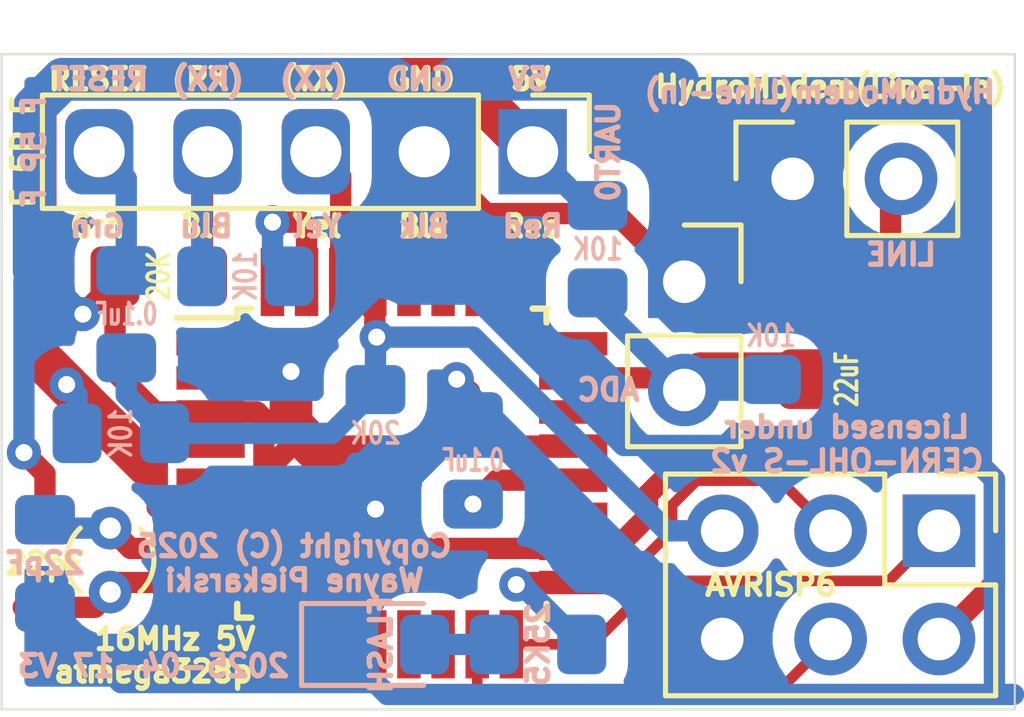
<source format=kicad_pcb>
(kicad_pcb (version 20171130) (host pcbnew 5.1.12)

  (general
    (thickness 1.6)
    (drawings 13)
    (tracks 188)
    (zones 0)
    (modules 19)
    (nets 17)
  )

  (page USLetter)
  (title_block
    (title "ATmega328P PCA9685 Watchdog")
    (date 2020-07-01)
    (company "Wayne Piekarski")
  )

  (layers
    (0 F.Cu signal)
    (31 B.Cu signal)
    (32 B.Adhes user)
    (33 F.Adhes user)
    (34 B.Paste user)
    (35 F.Paste user)
    (36 B.SilkS user)
    (37 F.SilkS user)
    (38 B.Mask user)
    (39 F.Mask user)
    (40 Dwgs.User user)
    (41 Cmts.User user)
    (42 Eco1.User user)
    (43 Eco2.User user)
    (44 Edge.Cuts user)
    (45 Margin user)
    (46 B.CrtYd user)
    (47 F.CrtYd user)
    (48 B.Fab user hide)
    (49 F.Fab user hide)
  )

  (setup
    (last_trace_width 0.5)
    (user_trace_width 0.45)
    (user_trace_width 0.5)
    (user_trace_width 1)
    (user_trace_width 2)
    (trace_clearance 0.2)
    (zone_clearance 0.508)
    (zone_45_only no)
    (trace_min 0.2)
    (via_size 0.8)
    (via_drill 0.4)
    (via_min_size 0.4)
    (via_min_drill 0.3)
    (uvia_size 0.3)
    (uvia_drill 0.1)
    (uvias_allowed no)
    (uvia_min_size 0.2)
    (uvia_min_drill 0.1)
    (edge_width 0.05)
    (segment_width 0.2)
    (pcb_text_width 0.3)
    (pcb_text_size 1.5 1.5)
    (mod_edge_width 0.12)
    (mod_text_size 1 1)
    (mod_text_width 0.15)
    (pad_size 1.7 1.7)
    (pad_drill 1)
    (pad_to_mask_clearance 0.0508)
    (solder_mask_min_width 0.101)
    (aux_axis_origin 0 0)
    (grid_origin 104.775 139.7)
    (visible_elements FFFFFF7F)
    (pcbplotparams
      (layerselection 0x010fc_ffffffff)
      (usegerberextensions false)
      (usegerberattributes false)
      (usegerberadvancedattributes false)
      (creategerberjobfile false)
      (excludeedgelayer true)
      (linewidth 0.100000)
      (plotframeref false)
      (viasonmask false)
      (mode 1)
      (useauxorigin false)
      (hpglpennumber 1)
      (hpglpenspeed 20)
      (hpglpendiameter 15.000000)
      (psnegative false)
      (psa4output false)
      (plotreference true)
      (plotvalue true)
      (plotinvisibletext false)
      (padsonsilk false)
      (subtractmaskfromsilk false)
      (outputformat 1)
      (mirror false)
      (drillshape 1)
      (scaleselection 1)
      (outputdirectory ""))
  )

  (net 0 "")
  (net 1 "Net-(AVRISP6-Pad4)")
  (net 2 "Net-(AVRISP6-Pad1)")
  (net 3 RESET)
  (net 4 PB5_SCK)
  (net 5 "Net-(C6-Pad1)")
  (net 6 "Net-(C7-Pad2)")
  (net 7 "Net-(D2-Pad2)")
  (net 8 "Net-(C8-Pad1)")
  (net 9 GND)
  (net 10 "Net-(C9-Pad2)")
  (net 11 5V-In)
  (net 12 TX3V3)
  (net 13 RX3V3)
  (net 14 TX5)
  (net 15 ADC0)
  (net 16 "Net-(C3-Pad2)")

  (net_class Default "This is the default net class."
    (clearance 0.2)
    (trace_width 0.25)
    (via_dia 0.8)
    (via_drill 0.4)
    (uvia_dia 0.3)
    (uvia_drill 0.1)
    (add_net 5V-In)
    (add_net ADC0)
    (add_net GND)
    (add_net "Net-(AVRISP6-Pad1)")
    (add_net "Net-(AVRISP6-Pad4)")
    (add_net "Net-(C3-Pad2)")
    (add_net "Net-(C6-Pad1)")
    (add_net "Net-(C7-Pad2)")
    (add_net "Net-(C8-Pad1)")
    (add_net "Net-(C9-Pad2)")
    (add_net "Net-(D2-Pad2)")
    (add_net PB5_SCK)
    (add_net RESET)
    (add_net RX3V3)
    (add_net TX3V3)
    (add_net TX5)
  )

  (module custom:WP_C_0805_2012Metric_Pad1.15x1.40mm_HandSolder (layer F.Cu) (tedit 614E9724) (tstamp 67FEF3B8)
    (at 137.795 64.516)
    (descr "Capacitor SMD 0805 (2012 Metric), square (rectangular) end terminal, IPC_7351 nominal with elongated pad for handsoldering. (Body size source: https://docs.google.com/spreadsheets/d/1BsfQQcO9C6DZCsRaXUlFlo91Tg2WpOkGARC1WS5S8t0/edit?usp=sharing), generated with kicad-footprint-generator")
    (tags "capacitor handsolder")
    (path /68004CCF)
    (attr smd)
    (fp_text reference C3 (at 0 -1.65) (layer F.SilkS) hide
      (effects (font (size 1 1) (thickness 0.15)))
    )
    (fp_text value 22uF (at 0 0 90) (layer F.SilkS)
      (effects (font (size 0.5 0.35) (thickness 0.0875)))
    )
    (fp_line (start 1.85 0.95) (end -1.85 0.95) (layer F.CrtYd) (width 0.05))
    (fp_line (start 1.85 -0.95) (end 1.85 0.95) (layer F.CrtYd) (width 0.05))
    (fp_line (start -1.85 -0.95) (end 1.85 -0.95) (layer F.CrtYd) (width 0.05))
    (fp_line (start -1.85 0.95) (end -1.85 -0.95) (layer F.CrtYd) (width 0.05))
    (fp_line (start 1 0.6) (end -1 0.6) (layer F.Fab) (width 0.1))
    (fp_line (start 1 -0.6) (end 1 0.6) (layer F.Fab) (width 0.1))
    (fp_line (start -1 -0.6) (end 1 -0.6) (layer F.Fab) (width 0.1))
    (fp_line (start -1 0.6) (end -1 -0.6) (layer F.Fab) (width 0.1))
    (fp_text user %R (at 0 0) (layer F.Fab) hide
      (effects (font (size 0.5 0.5) (thickness 0.08)))
    )
    (pad 2 smd roundrect (at 1.025 0) (size 1.15 1.4) (layers F.Cu F.Paste F.Mask) (roundrect_rratio 0.217391)
      (net 16 "Net-(C3-Pad2)"))
    (pad 1 smd roundrect (at -1.025 0) (size 1.15 1.4) (layers F.Cu F.Paste F.Mask) (roundrect_rratio 0.217391)
      (net 15 ADC0))
    (model ${KISYS3DMOD}/Capacitor_SMD.3dshapes/C_0805_2012Metric.wrl
      (at (xyz 0 0 0))
      (scale (xyz 1 1 1))
      (rotate (xyz 0 0 0))
    )
  )

  (module custom:WP_PinSocket_1x02_P2.54mm_Vertical (layer F.Cu) (tedit 5F04D1FF) (tstamp 67FEF4EA)
    (at 136.525 59.817 90)
    (descr "Through hole straight socket strip, 1x02, 2.54mm pitch, single row (from Kicad 4.0.7), script generated")
    (tags "Through hole socket strip THT 1x02 2.54mm single row")
    (path /6812DCFB)
    (fp_text reference LINE1 (at 0 -2.77 90) (layer F.SilkS) hide
      (effects (font (size 1 1) (thickness 0.15)))
    )
    (fp_text value LineIn (at 0 5.31 90) (layer F.Fab)
      (effects (font (size 1 1) (thickness 0.15)))
    )
    (fp_line (start -1.27 -1.27) (end 0.635 -1.27) (layer F.Fab) (width 0.1))
    (fp_line (start 0.635 -1.27) (end 1.27 -0.635) (layer F.Fab) (width 0.1))
    (fp_line (start 1.27 -0.635) (end 1.27 3.81) (layer F.Fab) (width 0.1))
    (fp_line (start 1.27 3.81) (end -1.27 3.81) (layer F.Fab) (width 0.1))
    (fp_line (start -1.27 3.81) (end -1.27 -1.27) (layer F.Fab) (width 0.1))
    (fp_line (start -1.33 1.27) (end 1.33 1.27) (layer F.SilkS) (width 0.12))
    (fp_line (start -1.33 1.27) (end -1.33 3.87) (layer F.SilkS) (width 0.12))
    (fp_line (start -1.33 3.87) (end 1.33 3.87) (layer F.SilkS) (width 0.12))
    (fp_line (start 1.33 1.27) (end 1.33 3.87) (layer F.SilkS) (width 0.12))
    (fp_line (start 1.33 -1.33) (end 1.33 0) (layer F.SilkS) (width 0.12))
    (fp_line (start 0 -1.33) (end 1.33 -1.33) (layer F.SilkS) (width 0.12))
    (fp_line (start -1.8 -1.8) (end 1.75 -1.8) (layer F.CrtYd) (width 0.05))
    (fp_line (start 1.75 -1.8) (end 1.75 4.3) (layer F.CrtYd) (width 0.05))
    (fp_line (start 1.75 4.3) (end -1.8 4.3) (layer F.CrtYd) (width 0.05))
    (fp_line (start -1.8 4.3) (end -1.8 -1.8) (layer F.CrtYd) (width 0.05))
    (fp_text user %R (at 0 1.27 270) (layer B.SilkS) hide
      (effects (font (size 1 1) (thickness 0.15)) (justify mirror))
    )
    (pad 2 thru_hole oval (at 0 2.54 90) (size 1.7 1.7) (drill 1) (layers *.Cu *.Mask)
      (net 16 "Net-(C3-Pad2)"))
    (pad 1 thru_hole rect (at 0 0 90) (size 1.7 1.7) (drill 1) (layers *.Cu *.Mask)
      (net 9 GND))
    (model ${KISYS3DMOD}/Connector_PinSocket_2.54mm.3dshapes/PinSocket_1x02_P2.54mm_Vertical.wrl
      (at (xyz 0 0 0))
      (scale (xyz 1 1 1))
      (rotate (xyz 0 0 0))
    )
  )

  (module custom:WP_PinSocket_1x02_P2.54mm_Vertical (layer F.Cu) (tedit 5F04D1FF) (tstamp 67FEF351)
    (at 133.985 62.23)
    (descr "Through hole straight socket strip, 1x02, 2.54mm pitch, single row (from Kicad 4.0.7), script generated")
    (tags "Through hole socket strip THT 1x02 2.54mm single row")
    (path /681A860E)
    (fp_text reference ADC1 (at 0 -2.77) (layer F.SilkS) hide
      (effects (font (size 1 1) (thickness 0.15)))
    )
    (fp_text value ADC-Debug (at 0 5.31) (layer F.Fab)
      (effects (font (size 1 1) (thickness 0.15)))
    )
    (fp_line (start -1.27 -1.27) (end 0.635 -1.27) (layer F.Fab) (width 0.1))
    (fp_line (start 0.635 -1.27) (end 1.27 -0.635) (layer F.Fab) (width 0.1))
    (fp_line (start 1.27 -0.635) (end 1.27 3.81) (layer F.Fab) (width 0.1))
    (fp_line (start 1.27 3.81) (end -1.27 3.81) (layer F.Fab) (width 0.1))
    (fp_line (start -1.27 3.81) (end -1.27 -1.27) (layer F.Fab) (width 0.1))
    (fp_line (start -1.33 1.27) (end 1.33 1.27) (layer F.SilkS) (width 0.12))
    (fp_line (start -1.33 1.27) (end -1.33 3.87) (layer F.SilkS) (width 0.12))
    (fp_line (start -1.33 3.87) (end 1.33 3.87) (layer F.SilkS) (width 0.12))
    (fp_line (start 1.33 1.27) (end 1.33 3.87) (layer F.SilkS) (width 0.12))
    (fp_line (start 1.33 -1.33) (end 1.33 0) (layer F.SilkS) (width 0.12))
    (fp_line (start 0 -1.33) (end 1.33 -1.33) (layer F.SilkS) (width 0.12))
    (fp_line (start -1.8 -1.8) (end 1.75 -1.8) (layer F.CrtYd) (width 0.05))
    (fp_line (start 1.75 -1.8) (end 1.75 4.3) (layer F.CrtYd) (width 0.05))
    (fp_line (start 1.75 4.3) (end -1.8 4.3) (layer F.CrtYd) (width 0.05))
    (fp_line (start -1.8 4.3) (end -1.8 -1.8) (layer F.CrtYd) (width 0.05))
    (fp_text user %R (at 0 1.27 180) (layer B.SilkS) hide
      (effects (font (size 1 1) (thickness 0.15)) (justify mirror))
    )
    (pad 2 thru_hole oval (at 0 2.54) (size 1.7 1.7) (drill 1) (layers *.Cu *.Mask)
      (net 15 ADC0))
    (pad 1 thru_hole rect (at 0 0) (size 1.7 1.7) (drill 1) (layers *.Cu *.Mask)
      (net 9 GND))
    (model ${KISYS3DMOD}/Connector_PinSocket_2.54mm.3dshapes/PinSocket_1x02_P2.54mm_Vertical.wrl
      (at (xyz 0 0 0))
      (scale (xyz 1 1 1))
      (rotate (xyz 0 0 0))
    )
  )

  (module custom:WP_Serial_5P_F (layer F.Cu) (tedit 652CA39B) (tstamp 67D59C43)
    (at 130.429 59.182 270)
    (descr "Through hole straight pin header, 1x05, 2.54mm pitch, single row")
    (tags "Through hole pin header THT 1x05 2.54mm single row")
    (path /5FC2CA83)
    (fp_text reference J3 (at -2.794 -1.778 270) (layer F.SilkS) hide
      (effects (font (size 0.5 0.5) (thickness 0.125)))
    )
    (fp_text value UART0 (at 0 -1.778 270) (layer B.SilkS)
      (effects (font (size 0.5 0.5) (thickness 0.125)) (justify mirror))
    )
    (fp_line (start -0.635 -1.27) (end 1.27 -1.27) (layer F.Fab) (width 0.1))
    (fp_line (start 1.27 -1.27) (end 1.27 11.43) (layer F.Fab) (width 0.1))
    (fp_line (start 1.27 11.43) (end -1.27 11.43) (layer F.Fab) (width 0.1))
    (fp_line (start -1.27 11.43) (end -1.27 -0.635) (layer F.Fab) (width 0.1))
    (fp_line (start -1.27 -0.635) (end -0.635 -1.27) (layer F.Fab) (width 0.1))
    (fp_line (start -1.33 11.49) (end 1.33 11.49) (layer F.SilkS) (width 0.12))
    (fp_line (start -1.33 1.27) (end -1.33 11.49) (layer F.SilkS) (width 0.12))
    (fp_line (start 1.33 1.27) (end 1.33 11.49) (layer F.SilkS) (width 0.12))
    (fp_line (start -1.33 1.27) (end 1.33 1.27) (layer F.SilkS) (width 0.12))
    (fp_line (start -1.33 0) (end -1.33 -1.33) (layer F.SilkS) (width 0.12))
    (fp_line (start -1.33 -1.33) (end 0 -1.33) (layer F.SilkS) (width 0.12))
    (fp_line (start -1.8 -1.8) (end -1.8 11.95) (layer F.CrtYd) (width 0.05))
    (fp_line (start -1.8 11.95) (end 1.8 11.95) (layer F.CrtYd) (width 0.05))
    (fp_line (start 1.8 11.95) (end 1.8 -1.8) (layer F.CrtYd) (width 0.05))
    (fp_line (start 1.8 -1.8) (end -1.8 -1.8) (layer F.CrtYd) (width 0.05))
    (fp_text user "For 5P female UART connector, TX/RX from other side" (at -3.048 1.651) (layer Cmts.User)
      (effects (font (size 0.5 0.5) (thickness 0.125)))
    )
    (fp_text user "F 5P F" (at 0 11.938 270) (layer F.SilkS)
      (effects (font (size 0.5 0.5) (thickness 0.125)))
    )
    (fp_text user "F 5P F" (at 0 11.684 270) (layer B.SilkS)
      (effects (font (size 0.5 0.5) (thickness 0.125)) (justify mirror))
    )
    (fp_text user "(TX)" (at -1.7 5.15) (layer B.SilkS)
      (effects (font (size 0.5 0.5) (thickness 0.125)) (justify mirror))
    )
    (fp_text user GND (at -1.7 2.65 180) (layer B.SilkS)
      (effects (font (size 0.5 0.5) (thickness 0.125)) (justify mirror))
    )
    (fp_text user "(RX)" (at -1.7 7.6) (layer B.SilkS)
      (effects (font (size 0.5 0.5) (thickness 0.125)) (justify mirror))
    )
    (fp_text user RESET (at -1.7 10.15) (layer B.SilkS)
      (effects (font (size 0.5 0.5) (thickness 0.125)) (justify mirror))
    )
    (fp_text user 5V (at -1.7 0.1) (layer B.SilkS)
      (effects (font (size 0.5 0.5) (thickness 0.125)) (justify mirror))
    )
    (fp_text user Red (at 1.75 0) (layer B.SilkS)
      (effects (font (size 0.5 0.5) (thickness 0.125)) (justify mirror))
    )
    (fp_text user Blu (at 1.75 7.65) (layer B.SilkS)
      (effects (font (size 0.5 0.5) (thickness 0.125)) (justify mirror))
    )
    (fp_text user Grn (at 1.75 10.2) (layer B.SilkS)
      (effects (font (size 0.5 0.5) (thickness 0.125)) (justify mirror))
    )
    (fp_text user Yel (at 1.75 5.05) (layer B.SilkS)
      (effects (font (size 0.5 0.5) (thickness 0.125)) (justify mirror))
    )
    (fp_text user Blk (at 1.75 2.55) (layer B.SilkS)
      (effects (font (size 0.5 0.5) (thickness 0.125)) (justify mirror))
    )
    (fp_text user Grn (at 1.75 10.2) (layer F.SilkS)
      (effects (font (size 0.5 0.5) (thickness 0.125)))
    )
    (fp_text user Blu (at 1.75 7.65) (layer F.SilkS)
      (effects (font (size 0.5 0.5) (thickness 0.125)))
    )
    (fp_text user Yel (at 1.75 5.05) (layer F.SilkS)
      (effects (font (size 0.5 0.5) (thickness 0.125)))
    )
    (fp_text user Blk (at 1.75 2.55) (layer F.SilkS)
      (effects (font (size 0.5 0.5) (thickness 0.125)))
    )
    (fp_text user Red (at 1.75 0) (layer F.SilkS)
      (effects (font (size 0.5 0.5) (thickness 0.125)))
    )
    (fp_text user RESET (at -1.7 10.2) (layer F.SilkS)
      (effects (font (size 0.5 0.5) (thickness 0.125)))
    )
    (fp_text user "(RX)" (at -1.7 7.62) (layer F.SilkS)
      (effects (font (size 0.5 0.5) (thickness 0.125)))
    )
    (fp_text user "(TX)" (at -1.7 5.1) (layer F.SilkS)
      (effects (font (size 0.5 0.5) (thickness 0.125)))
    )
    (fp_text user GND (at -1.7 2.6) (layer F.SilkS)
      (effects (font (size 0.5 0.5) (thickness 0.125)))
    )
    (fp_text user 5V (at -1.7 0.05) (layer F.SilkS)
      (effects (font (size 0.5 0.5) (thickness 0.125)))
    )
    (pad 5 thru_hole roundrect (at 0 10.16 270) (size 2 1.6) (drill 1.2) (layers *.Cu *.Mask) (roundrect_rratio 0.25)
      (net 8 "Net-(C8-Pad1)"))
    (pad 4 thru_hole roundrect (at 0 7.62 270) (size 2 1.6) (drill 1.2) (layers *.Cu *.Mask) (roundrect_rratio 0.25)
      (net 12 TX3V3))
    (pad 3 thru_hole roundrect (at 0 5.08 270) (size 2 1.6) (drill 1.2) (layers *.Cu *.Mask) (roundrect_rratio 0.25)
      (net 13 RX3V3))
    (pad 2 thru_hole roundrect (at 0 2.54 270) (size 2 1.6) (drill 1.2) (layers *.Cu *.Mask) (roundrect_rratio 0.25)
      (net 9 GND))
    (pad 1 thru_hole rect (at 0 0 270) (size 2 1.6) (drill 1.2) (layers *.Cu *.Mask)
      (net 11 5V-In))
    (model ${KISYS3DMOD}/Connector_PinHeader_2.54mm.3dshapes/PinHeader_1x05_P2.54mm_Vertical.wrl
      (at (xyz 0 0 0))
      (scale (xyz 1 1 1))
      (rotate (xyz 0 0 0))
    )
  )

  (module Connector_PinHeader_2.54mm:PinHeader_2x03_P2.54mm_Vertical (layer F.Cu) (tedit 59FED5CC) (tstamp 61C3F55D)
    (at 139.954 68.072 270)
    (descr "Through hole straight pin header, 2x03, 2.54mm pitch, double rows")
    (tags "Through hole pin header THT 2x03 2.54mm double row")
    (path /5EFCCAD5)
    (fp_text reference AVRISP6 (at 1.27 3.937 180) (layer F.SilkS)
      (effects (font (size 0.5 0.5) (thickness 0.125)))
    )
    (fp_text value AVR-ISP-6 (at 1.27 7.41 90) (layer F.Fab)
      (effects (font (size 1 1) (thickness 0.15)))
    )
    (fp_line (start 0 -1.27) (end 3.81 -1.27) (layer F.Fab) (width 0.1))
    (fp_line (start 3.81 -1.27) (end 3.81 6.35) (layer F.Fab) (width 0.1))
    (fp_line (start 3.81 6.35) (end -1.27 6.35) (layer F.Fab) (width 0.1))
    (fp_line (start -1.27 6.35) (end -1.27 0) (layer F.Fab) (width 0.1))
    (fp_line (start -1.27 0) (end 0 -1.27) (layer F.Fab) (width 0.1))
    (fp_line (start -1.33 6.41) (end 3.87 6.41) (layer F.SilkS) (width 0.12))
    (fp_line (start -1.33 1.27) (end -1.33 6.41) (layer F.SilkS) (width 0.12))
    (fp_line (start 3.87 -1.33) (end 3.87 6.41) (layer F.SilkS) (width 0.12))
    (fp_line (start -1.33 1.27) (end 1.27 1.27) (layer F.SilkS) (width 0.12))
    (fp_line (start 1.27 1.27) (end 1.27 -1.33) (layer F.SilkS) (width 0.12))
    (fp_line (start 1.27 -1.33) (end 3.87 -1.33) (layer F.SilkS) (width 0.12))
    (fp_line (start -1.33 0) (end -1.33 -1.33) (layer F.SilkS) (width 0.12))
    (fp_line (start -1.33 -1.33) (end 0 -1.33) (layer F.SilkS) (width 0.12))
    (fp_line (start -1.8 -1.8) (end -1.8 6.85) (layer F.CrtYd) (width 0.05))
    (fp_line (start -1.8 6.85) (end 4.35 6.85) (layer F.CrtYd) (width 0.05))
    (fp_line (start 4.35 6.85) (end 4.35 -1.8) (layer F.CrtYd) (width 0.05))
    (fp_line (start 4.35 -1.8) (end -1.8 -1.8) (layer F.CrtYd) (width 0.05))
    (fp_text user %R (at 1.27 2.54) (layer F.Fab)
      (effects (font (size 1 1) (thickness 0.15)))
    )
    (pad 6 thru_hole oval (at 2.54 5.08 270) (size 1.7 1.7) (drill 1) (layers *.Cu *.Mask)
      (net 9 GND))
    (pad 5 thru_hole oval (at 0 5.08 270) (size 1.7 1.7) (drill 1) (layers *.Cu *.Mask)
      (net 3 RESET))
    (pad 4 thru_hole oval (at 2.54 2.54 270) (size 1.7 1.7) (drill 1) (layers *.Cu *.Mask)
      (net 1 "Net-(AVRISP6-Pad4)"))
    (pad 3 thru_hole oval (at 0 2.54 270) (size 1.7 1.7) (drill 1) (layers *.Cu *.Mask)
      (net 4 PB5_SCK))
    (pad 2 thru_hole oval (at 2.54 0 270) (size 1.7 1.7) (drill 1) (layers *.Cu *.Mask)
      (net 11 5V-In))
    (pad 1 thru_hole rect (at 0 0 270) (size 1.7 1.7) (drill 1) (layers *.Cu *.Mask)
      (net 2 "Net-(AVRISP6-Pad1)"))
    (model ${KISYS3DMOD}/Connector_PinHeader_2.54mm.3dshapes/PinHeader_2x03_P2.54mm_Vertical.wrl
      (at (xyz 0 0 0))
      (scale (xyz 1 1 1))
      (rotate (xyz 0 0 0))
    )
  )

  (module custom:WP_R_0805_2012Metric_Pad1.15x1.40mm_HandSolder (layer B.Cu) (tedit 614E96E4) (tstamp 67D03274)
    (at 131.953 61.468 90)
    (descr "Resistor SMD 0805 (2012 Metric), square (rectangular) end terminal, IPC_7351 nominal with elongated pad for handsoldering. (Body size source: https://docs.google.com/spreadsheets/d/1BsfQQcO9C6DZCsRaXUlFlo91Tg2WpOkGARC1WS5S8t0/edit?usp=sharing), generated with kicad-footprint-generator")
    (tags "resistor handsolder")
    (path /67D07C08)
    (attr smd)
    (fp_text reference R7 (at 0 0 180) (layer B.SilkS) hide
      (effects (font (size 0.5 0.5) (thickness 0.125)) (justify mirror))
    )
    (fp_text value 10K (at 0 0 180) (layer B.SilkS)
      (effects (font (size 0.5 0.4) (thickness 0.0875)) (justify mirror))
    )
    (fp_line (start 1.85 -0.95) (end -1.85 -0.95) (layer B.CrtYd) (width 0.05))
    (fp_line (start 1.85 0.95) (end 1.85 -0.95) (layer B.CrtYd) (width 0.05))
    (fp_line (start -1.85 0.95) (end 1.85 0.95) (layer B.CrtYd) (width 0.05))
    (fp_line (start -1.85 -0.95) (end -1.85 0.95) (layer B.CrtYd) (width 0.05))
    (fp_line (start 1 -0.6) (end -1 -0.6) (layer B.Fab) (width 0.1))
    (fp_line (start 1 0.6) (end 1 -0.6) (layer B.Fab) (width 0.1))
    (fp_line (start -1 0.6) (end 1 0.6) (layer B.Fab) (width 0.1))
    (fp_line (start -1 -0.6) (end -1 0.6) (layer B.Fab) (width 0.1))
    (fp_text user %R (at 0 0 180) (layer B.SilkS) hide
      (effects (font (size 0.5 0.5) (thickness 0.08)) (justify mirror))
    )
    (pad 2 smd roundrect (at 1.025 0 90) (size 1.15 1.4) (layers B.Cu B.Paste B.Mask) (roundrect_rratio 0.217391)
      (net 11 5V-In))
    (pad 1 smd roundrect (at -1.025 0 90) (size 1.15 1.4) (layers B.Cu B.Paste B.Mask) (roundrect_rratio 0.217391)
      (net 15 ADC0))
    (model ${KISYS3DMOD}/Resistor_SMD.3dshapes/R_0805_2012Metric.wrl
      (at (xyz 0 0 0))
      (scale (xyz 1 1 1))
      (rotate (xyz 0 0 0))
    )
  )

  (module custom:WP_R_0805_2012Metric_Pad1.15x1.40mm_HandSolder (layer B.Cu) (tedit 614E96E4) (tstamp 67D03256)
    (at 136.017 63.5 270)
    (descr "Resistor SMD 0805 (2012 Metric), square (rectangular) end terminal, IPC_7351 nominal with elongated pad for handsoldering. (Body size source: https://docs.google.com/spreadsheets/d/1BsfQQcO9C6DZCsRaXUlFlo91Tg2WpOkGARC1WS5S8t0/edit?usp=sharing), generated with kicad-footprint-generator")
    (tags "resistor handsolder")
    (path /67D0282B)
    (attr smd)
    (fp_text reference R5 (at 0 0) (layer B.SilkS) hide
      (effects (font (size 0.5 0.5) (thickness 0.125)) (justify mirror))
    )
    (fp_text value 10K (at 0 0) (layer B.SilkS)
      (effects (font (size 0.5 0.4) (thickness 0.0875)) (justify mirror))
    )
    (fp_line (start 1.85 -0.95) (end -1.85 -0.95) (layer B.CrtYd) (width 0.05))
    (fp_line (start 1.85 0.95) (end 1.85 -0.95) (layer B.CrtYd) (width 0.05))
    (fp_line (start -1.85 0.95) (end 1.85 0.95) (layer B.CrtYd) (width 0.05))
    (fp_line (start -1.85 -0.95) (end -1.85 0.95) (layer B.CrtYd) (width 0.05))
    (fp_line (start 1 -0.6) (end -1 -0.6) (layer B.Fab) (width 0.1))
    (fp_line (start 1 0.6) (end 1 -0.6) (layer B.Fab) (width 0.1))
    (fp_line (start -1 0.6) (end 1 0.6) (layer B.Fab) (width 0.1))
    (fp_line (start -1 -0.6) (end -1 0.6) (layer B.Fab) (width 0.1))
    (fp_text user %R (at 0 0) (layer B.SilkS) hide
      (effects (font (size 0.5 0.5) (thickness 0.08)) (justify mirror))
    )
    (pad 2 smd roundrect (at 1.025 0 270) (size 1.15 1.4) (layers B.Cu B.Paste B.Mask) (roundrect_rratio 0.217391)
      (net 15 ADC0))
    (pad 1 smd roundrect (at -1.025 0 270) (size 1.15 1.4) (layers B.Cu B.Paste B.Mask) (roundrect_rratio 0.217391)
      (net 9 GND))
    (model ${KISYS3DMOD}/Resistor_SMD.3dshapes/R_0805_2012Metric.wrl
      (at (xyz 0 0 0))
      (scale (xyz 1 1 1))
      (rotate (xyz 0 0 0))
    )
  )

  (module custom:WP_R_0805_2012Metric_Pad1.15x1.40mm_HandSolder (layer F.Cu) (tedit 614E96E4) (tstamp 67CEDF14)
    (at 121.666 62.103)
    (descr "Resistor SMD 0805 (2012 Metric), square (rectangular) end terminal, IPC_7351 nominal with elongated pad for handsoldering. (Body size source: https://docs.google.com/spreadsheets/d/1BsfQQcO9C6DZCsRaXUlFlo91Tg2WpOkGARC1WS5S8t0/edit?usp=sharing), generated with kicad-footprint-generator")
    (tags "resistor handsolder")
    (path /67D54D0C)
    (attr smd)
    (fp_text reference R4 (at 0 0 90) (layer F.SilkS) hide
      (effects (font (size 0.5 0.5) (thickness 0.125)))
    )
    (fp_text value 20K (at 0 0 90) (layer F.SilkS)
      (effects (font (size 0.5 0.4) (thickness 0.0875)))
    )
    (fp_line (start -1 0.6) (end -1 -0.6) (layer F.Fab) (width 0.1))
    (fp_line (start -1 -0.6) (end 1 -0.6) (layer F.Fab) (width 0.1))
    (fp_line (start 1 -0.6) (end 1 0.6) (layer F.Fab) (width 0.1))
    (fp_line (start 1 0.6) (end -1 0.6) (layer F.Fab) (width 0.1))
    (fp_line (start -1.85 0.95) (end -1.85 -0.95) (layer F.CrtYd) (width 0.05))
    (fp_line (start -1.85 -0.95) (end 1.85 -0.95) (layer F.CrtYd) (width 0.05))
    (fp_line (start 1.85 -0.95) (end 1.85 0.95) (layer F.CrtYd) (width 0.05))
    (fp_line (start 1.85 0.95) (end -1.85 0.95) (layer F.CrtYd) (width 0.05))
    (fp_text user %R (at 0 0 90) (layer F.SilkS) hide
      (effects (font (size 0.5 0.5) (thickness 0.08)))
    )
    (pad 2 smd roundrect (at 1.025 0) (size 1.15 1.4) (layers F.Cu F.Paste F.Mask) (roundrect_rratio 0.217391)
      (net 12 TX3V3))
    (pad 1 smd roundrect (at -1.025 0) (size 1.15 1.4) (layers F.Cu F.Paste F.Mask) (roundrect_rratio 0.217391)
      (net 9 GND))
    (model ${KISYS3DMOD}/Resistor_SMD.3dshapes/R_0805_2012Metric.wrl
      (at (xyz 0 0 0))
      (scale (xyz 1 1 1))
      (rotate (xyz 0 0 0))
    )
  )

  (module custom:WP_R_0805_2012Metric_Pad1.15x1.40mm_HandSolder (layer B.Cu) (tedit 614E96E4) (tstamp 67CEDF05)
    (at 123.698 62.103)
    (descr "Resistor SMD 0805 (2012 Metric), square (rectangular) end terminal, IPC_7351 nominal with elongated pad for handsoldering. (Body size source: https://docs.google.com/spreadsheets/d/1BsfQQcO9C6DZCsRaXUlFlo91Tg2WpOkGARC1WS5S8t0/edit?usp=sharing), generated with kicad-footprint-generator")
    (tags "resistor handsolder")
    (path /67D5456A)
    (attr smd)
    (fp_text reference R3 (at 0 0 -90) (layer B.SilkS) hide
      (effects (font (size 0.5 0.5) (thickness 0.125)) (justify mirror))
    )
    (fp_text value 10K (at 0 0 -90) (layer B.SilkS)
      (effects (font (size 0.5 0.4) (thickness 0.0875)) (justify mirror))
    )
    (fp_line (start -1 -0.6) (end -1 0.6) (layer B.Fab) (width 0.1))
    (fp_line (start -1 0.6) (end 1 0.6) (layer B.Fab) (width 0.1))
    (fp_line (start 1 0.6) (end 1 -0.6) (layer B.Fab) (width 0.1))
    (fp_line (start 1 -0.6) (end -1 -0.6) (layer B.Fab) (width 0.1))
    (fp_line (start -1.85 -0.95) (end -1.85 0.95) (layer B.CrtYd) (width 0.05))
    (fp_line (start -1.85 0.95) (end 1.85 0.95) (layer B.CrtYd) (width 0.05))
    (fp_line (start 1.85 0.95) (end 1.85 -0.95) (layer B.CrtYd) (width 0.05))
    (fp_line (start 1.85 -0.95) (end -1.85 -0.95) (layer B.CrtYd) (width 0.05))
    (fp_text user %R (at 0 0 -90) (layer B.SilkS) hide
      (effects (font (size 0.5 0.5) (thickness 0.08)) (justify mirror))
    )
    (pad 2 smd roundrect (at 1.025 0) (size 1.15 1.4) (layers B.Cu B.Paste B.Mask) (roundrect_rratio 0.217391)
      (net 14 TX5))
    (pad 1 smd roundrect (at -1.025 0) (size 1.15 1.4) (layers B.Cu B.Paste B.Mask) (roundrect_rratio 0.217391)
      (net 12 TX3V3))
    (model ${KISYS3DMOD}/Resistor_SMD.3dshapes/R_0805_2012Metric.wrl
      (at (xyz 0 0 0))
      (scale (xyz 1 1 1))
      (rotate (xyz 0 0 0))
    )
  )

  (module custom:WP_R_0805_2012Metric_Pad1.15x1.40mm_HandSolder (layer B.Cu) (tedit 614E96E4) (tstamp 67CEDEDA)
    (at 126.746 65.786 270)
    (descr "Resistor SMD 0805 (2012 Metric), square (rectangular) end terminal, IPC_7351 nominal with elongated pad for handsoldering. (Body size source: https://docs.google.com/spreadsheets/d/1BsfQQcO9C6DZCsRaXUlFlo91Tg2WpOkGARC1WS5S8t0/edit?usp=sharing), generated with kicad-footprint-generator")
    (tags "resistor handsolder")
    (path /67CEBB95)
    (attr smd)
    (fp_text reference R1 (at 0 0) (layer B.SilkS) hide
      (effects (font (size 0.5 0.5) (thickness 0.125)) (justify mirror))
    )
    (fp_text value 20K (at 0 0) (layer B.SilkS)
      (effects (font (size 0.5 0.4) (thickness 0.0875)) (justify mirror))
    )
    (fp_line (start -1 -0.6) (end -1 0.6) (layer B.Fab) (width 0.1))
    (fp_line (start -1 0.6) (end 1 0.6) (layer B.Fab) (width 0.1))
    (fp_line (start 1 0.6) (end 1 -0.6) (layer B.Fab) (width 0.1))
    (fp_line (start 1 -0.6) (end -1 -0.6) (layer B.Fab) (width 0.1))
    (fp_line (start -1.85 -0.95) (end -1.85 0.95) (layer B.CrtYd) (width 0.05))
    (fp_line (start -1.85 0.95) (end 1.85 0.95) (layer B.CrtYd) (width 0.05))
    (fp_line (start 1.85 0.95) (end 1.85 -0.95) (layer B.CrtYd) (width 0.05))
    (fp_line (start 1.85 -0.95) (end -1.85 -0.95) (layer B.CrtYd) (width 0.05))
    (fp_text user %R (at 0 0) (layer B.SilkS) hide
      (effects (font (size 0.5 0.5) (thickness 0.08)) (justify mirror))
    )
    (pad 2 smd roundrect (at 1.025 0 270) (size 1.15 1.4) (layers B.Cu B.Paste B.Mask) (roundrect_rratio 0.217391)
      (net 9 GND))
    (pad 1 smd roundrect (at -1.025 0 270) (size 1.15 1.4) (layers B.Cu B.Paste B.Mask) (roundrect_rratio 0.217391)
      (net 3 RESET))
    (model ${KISYS3DMOD}/Resistor_SMD.3dshapes/R_0805_2012Metric.wrl
      (at (xyz 0 0 0))
      (scale (xyz 1 1 1))
      (rotate (xyz 0 0 0))
    )
  )

  (module custom:WP_C_0805_2012Metric_Pad1.15x1.40mm_HandSolder (layer B.Cu) (tedit 614E9724) (tstamp 65FD42B0)
    (at 129.032 66.421 270)
    (descr "Capacitor SMD 0805 (2012 Metric), square (rectangular) end terminal, IPC_7351 nominal with elongated pad for handsoldering. (Body size source: https://docs.google.com/spreadsheets/d/1BsfQQcO9C6DZCsRaXUlFlo91Tg2WpOkGARC1WS5S8t0/edit?usp=sharing), generated with kicad-footprint-generator")
    (tags "capacitor handsolder")
    (path /65FDD3FB)
    (attr smd)
    (fp_text reference C9 (at 0 1.65 270) (layer B.SilkS) hide
      (effects (font (size 1 1) (thickness 0.15)) (justify mirror))
    )
    (fp_text value 0.1uF (at 0 0) (layer B.SilkS)
      (effects (font (size 0.5 0.35) (thickness 0.0875)) (justify mirror))
    )
    (fp_line (start -1 -0.6) (end -1 0.6) (layer B.Fab) (width 0.1))
    (fp_line (start -1 0.6) (end 1 0.6) (layer B.Fab) (width 0.1))
    (fp_line (start 1 0.6) (end 1 -0.6) (layer B.Fab) (width 0.1))
    (fp_line (start 1 -0.6) (end -1 -0.6) (layer B.Fab) (width 0.1))
    (fp_line (start -1.85 -0.95) (end -1.85 0.95) (layer B.CrtYd) (width 0.05))
    (fp_line (start -1.85 0.95) (end 1.85 0.95) (layer B.CrtYd) (width 0.05))
    (fp_line (start 1.85 0.95) (end 1.85 -0.95) (layer B.CrtYd) (width 0.05))
    (fp_line (start 1.85 -0.95) (end -1.85 -0.95) (layer B.CrtYd) (width 0.05))
    (fp_text user %R (at 0 0 270) (layer B.Fab) hide
      (effects (font (size 0.5 0.5) (thickness 0.08)) (justify mirror))
    )
    (pad 2 smd roundrect (at 1.025 0 270) (size 1.15 1.4) (layers B.Cu B.Paste B.Mask) (roundrect_rratio 0.217391)
      (net 10 "Net-(C9-Pad2)"))
    (pad 1 smd roundrect (at -1.025 0 270) (size 1.15 1.4) (layers B.Cu B.Paste B.Mask) (roundrect_rratio 0.217391)
      (net 9 GND))
    (model ${KISYS3DMOD}/Capacitor_SMD.3dshapes/C_0805_2012Metric.wrl
      (at (xyz 0 0 0))
      (scale (xyz 1 1 1))
      (rotate (xyz 0 0 0))
    )
  )

  (module custom:WP_R_0805_2012Metric_Pad1.15x1.40mm_HandSolder (layer B.Cu) (tedit 614E96E4) (tstamp 61C3F30A)
    (at 120.777 65.786)
    (descr "Resistor SMD 0805 (2012 Metric), square (rectangular) end terminal, IPC_7351 nominal with elongated pad for handsoldering. (Body size source: https://docs.google.com/spreadsheets/d/1BsfQQcO9C6DZCsRaXUlFlo91Tg2WpOkGARC1WS5S8t0/edit?usp=sharing), generated with kicad-footprint-generator")
    (tags "resistor handsolder")
    (path /61C36083)
    (attr smd)
    (fp_text reference R11 (at 0 0 270) (layer B.SilkS) hide
      (effects (font (size 0.5 0.5) (thickness 0.125)) (justify mirror))
    )
    (fp_text value 10K (at 0 0 270) (layer B.SilkS)
      (effects (font (size 0.5 0.4) (thickness 0.0875)) (justify mirror))
    )
    (fp_line (start -1 -0.6) (end -1 0.6) (layer B.Fab) (width 0.1))
    (fp_line (start -1 0.6) (end 1 0.6) (layer B.Fab) (width 0.1))
    (fp_line (start 1 0.6) (end 1 -0.6) (layer B.Fab) (width 0.1))
    (fp_line (start 1 -0.6) (end -1 -0.6) (layer B.Fab) (width 0.1))
    (fp_line (start -1.85 -0.95) (end -1.85 0.95) (layer B.CrtYd) (width 0.05))
    (fp_line (start -1.85 0.95) (end 1.85 0.95) (layer B.CrtYd) (width 0.05))
    (fp_line (start 1.85 0.95) (end 1.85 -0.95) (layer B.CrtYd) (width 0.05))
    (fp_line (start 1.85 -0.95) (end -1.85 -0.95) (layer B.CrtYd) (width 0.05))
    (fp_text user %R (at 0 0 270) (layer B.SilkS) hide
      (effects (font (size 0.5 0.5) (thickness 0.08)) (justify mirror))
    )
    (pad 2 smd roundrect (at 1.025 0) (size 1.15 1.4) (layers B.Cu B.Paste B.Mask) (roundrect_rratio 0.217391)
      (net 3 RESET))
    (pad 1 smd roundrect (at -1.025 0) (size 1.15 1.4) (layers B.Cu B.Paste B.Mask) (roundrect_rratio 0.217391)
      (net 11 5V-In))
    (model ${KISYS3DMOD}/Resistor_SMD.3dshapes/R_0805_2012Metric.wrl
      (at (xyz 0 0 0))
      (scale (xyz 1 1 1))
      (rotate (xyz 0 0 0))
    )
  )

  (module custom:WP_C_0805_2012Metric_Pad1.15x1.40mm_HandSolder (layer B.Cu) (tedit 614E9724) (tstamp 67D574FE)
    (at 120.904 62.992 270)
    (descr "Capacitor SMD 0805 (2012 Metric), square (rectangular) end terminal, IPC_7351 nominal with elongated pad for handsoldering. (Body size source: https://docs.google.com/spreadsheets/d/1BsfQQcO9C6DZCsRaXUlFlo91Tg2WpOkGARC1WS5S8t0/edit?usp=sharing), generated with kicad-footprint-generator")
    (tags "capacitor handsolder")
    (path /61C38961)
    (attr smd)
    (fp_text reference C8 (at 0 1.65 270) (layer B.SilkS) hide
      (effects (font (size 1 1) (thickness 0.15)) (justify mirror))
    )
    (fp_text value 0.1uF (at 0 0) (layer B.SilkS)
      (effects (font (size 0.5 0.35) (thickness 0.0875)) (justify mirror))
    )
    (fp_line (start -1 -0.6) (end -1 0.6) (layer B.Fab) (width 0.1))
    (fp_line (start -1 0.6) (end 1 0.6) (layer B.Fab) (width 0.1))
    (fp_line (start 1 0.6) (end 1 -0.6) (layer B.Fab) (width 0.1))
    (fp_line (start 1 -0.6) (end -1 -0.6) (layer B.Fab) (width 0.1))
    (fp_line (start -1.85 -0.95) (end -1.85 0.95) (layer B.CrtYd) (width 0.05))
    (fp_line (start -1.85 0.95) (end 1.85 0.95) (layer B.CrtYd) (width 0.05))
    (fp_line (start 1.85 0.95) (end 1.85 -0.95) (layer B.CrtYd) (width 0.05))
    (fp_line (start 1.85 -0.95) (end -1.85 -0.95) (layer B.CrtYd) (width 0.05))
    (fp_text user %R (at 0 0 270) (layer B.Fab) hide
      (effects (font (size 0.5 0.5) (thickness 0.08)) (justify mirror))
    )
    (pad 2 smd roundrect (at 1.025 0 270) (size 1.15 1.4) (layers B.Cu B.Paste B.Mask) (roundrect_rratio 0.217391)
      (net 3 RESET))
    (pad 1 smd roundrect (at -1.025 0 270) (size 1.15 1.4) (layers B.Cu B.Paste B.Mask) (roundrect_rratio 0.217391)
      (net 8 "Net-(C8-Pad1)"))
    (model ${KISYS3DMOD}/Capacitor_SMD.3dshapes/C_0805_2012Metric.wrl
      (at (xyz 0 0 0))
      (scale (xyz 1 1 1))
      (rotate (xyz 0 0 0))
    )
  )

  (module Package_QFP:TQFP-32_7x7mm_P0.8mm (layer F.Cu) (tedit 5A02F146) (tstamp 61C3F011)
    (at 127.131 66.486)
    (descr "32-Lead Plastic Thin Quad Flatpack (PT) - 7x7x1.0 mm Body, 2.00 mm [TQFP] (see Microchip Packaging Specification 00000049BS.pdf)")
    (tags "QFP 0.8")
    (path /5EFC922A)
    (attr smd)
    (fp_text reference U3 (at 1.397 -0.889) (layer F.SilkS) hide
      (effects (font (size 1 1) (thickness 0.15)))
    )
    (fp_text value ATmega328P-AU (at 0 6.05) (layer F.Fab)
      (effects (font (size 1 1) (thickness 0.15)))
    )
    (fp_line (start -2.5 -3.5) (end 3.5 -3.5) (layer F.Fab) (width 0.15))
    (fp_line (start 3.5 -3.5) (end 3.5 3.5) (layer F.Fab) (width 0.15))
    (fp_line (start 3.5 3.5) (end -3.5 3.5) (layer F.Fab) (width 0.15))
    (fp_line (start -3.5 3.5) (end -3.5 -2.5) (layer F.Fab) (width 0.15))
    (fp_line (start -3.5 -2.5) (end -2.5 -3.5) (layer F.Fab) (width 0.15))
    (fp_line (start -5.3 -5.3) (end -5.3 5.3) (layer F.CrtYd) (width 0.05))
    (fp_line (start 5.3 -5.3) (end 5.3 5.3) (layer F.CrtYd) (width 0.05))
    (fp_line (start -5.3 -5.3) (end 5.3 -5.3) (layer F.CrtYd) (width 0.05))
    (fp_line (start -5.3 5.3) (end 5.3 5.3) (layer F.CrtYd) (width 0.05))
    (fp_line (start -3.625 -3.625) (end -3.625 -3.4) (layer F.SilkS) (width 0.15))
    (fp_line (start 3.625 -3.625) (end 3.625 -3.3) (layer F.SilkS) (width 0.15))
    (fp_line (start 3.625 3.625) (end 3.625 3.3) (layer F.SilkS) (width 0.15))
    (fp_line (start -3.625 3.625) (end -3.625 3.3) (layer F.SilkS) (width 0.15))
    (fp_line (start -3.625 -3.625) (end -3.3 -3.625) (layer F.SilkS) (width 0.15))
    (fp_line (start -3.625 3.625) (end -3.3 3.625) (layer F.SilkS) (width 0.15))
    (fp_line (start 3.625 3.625) (end 3.3 3.625) (layer F.SilkS) (width 0.15))
    (fp_line (start 3.625 -3.625) (end 3.3 -3.625) (layer F.SilkS) (width 0.15))
    (fp_line (start -3.625 -3.4) (end -5.05 -3.4) (layer F.SilkS) (width 0.15))
    (fp_text user %R (at 0 0) (layer F.Fab)
      (effects (font (size 1 1) (thickness 0.15)))
    )
    (pad 32 smd rect (at -2.8 -4.25 90) (size 1.6 0.55) (layers F.Cu F.Paste F.Mask))
    (pad 31 smd rect (at -2 -4.25 90) (size 1.6 0.55) (layers F.Cu F.Paste F.Mask)
      (net 14 TX5))
    (pad 30 smd rect (at -1.2 -4.25 90) (size 1.6 0.55) (layers F.Cu F.Paste F.Mask)
      (net 13 RX3V3))
    (pad 29 smd rect (at -0.4 -4.25 90) (size 1.6 0.55) (layers F.Cu F.Paste F.Mask)
      (net 3 RESET))
    (pad 28 smd rect (at 0.4 -4.25 90) (size 1.6 0.55) (layers F.Cu F.Paste F.Mask))
    (pad 27 smd rect (at 1.2 -4.25 90) (size 1.6 0.55) (layers F.Cu F.Paste F.Mask))
    (pad 26 smd rect (at 2 -4.25 90) (size 1.6 0.55) (layers F.Cu F.Paste F.Mask))
    (pad 25 smd rect (at 2.8 -4.25 90) (size 1.6 0.55) (layers F.Cu F.Paste F.Mask))
    (pad 24 smd rect (at 4.25 -2.8) (size 1.6 0.55) (layers F.Cu F.Paste F.Mask))
    (pad 23 smd rect (at 4.25 -2) (size 1.6 0.55) (layers F.Cu F.Paste F.Mask)
      (net 15 ADC0))
    (pad 22 smd rect (at 4.25 -1.2) (size 1.6 0.55) (layers F.Cu F.Paste F.Mask))
    (pad 21 smd rect (at 4.25 -0.4) (size 1.6 0.55) (layers F.Cu F.Paste F.Mask)
      (net 9 GND))
    (pad 20 smd rect (at 4.25 0.4) (size 1.6 0.55) (layers F.Cu F.Paste F.Mask)
      (net 10 "Net-(C9-Pad2)"))
    (pad 19 smd rect (at 4.25 1.2) (size 1.6 0.55) (layers F.Cu F.Paste F.Mask))
    (pad 18 smd rect (at 4.25 2) (size 1.6 0.55) (layers F.Cu F.Paste F.Mask)
      (net 11 5V-In))
    (pad 17 smd rect (at 4.25 2.8) (size 1.6 0.55) (layers F.Cu F.Paste F.Mask)
      (net 4 PB5_SCK))
    (pad 16 smd rect (at 2.8 4.25 90) (size 1.6 0.55) (layers F.Cu F.Paste F.Mask)
      (net 2 "Net-(AVRISP6-Pad1)"))
    (pad 15 smd rect (at 2 4.25 90) (size 1.6 0.55) (layers F.Cu F.Paste F.Mask)
      (net 1 "Net-(AVRISP6-Pad4)"))
    (pad 14 smd rect (at 1.2 4.25 90) (size 1.6 0.55) (layers F.Cu F.Paste F.Mask))
    (pad 13 smd rect (at 0.4 4.25 90) (size 1.6 0.55) (layers F.Cu F.Paste F.Mask))
    (pad 12 smd rect (at -0.4 4.25 90) (size 1.6 0.55) (layers F.Cu F.Paste F.Mask))
    (pad 11 smd rect (at -1.2 4.25 90) (size 1.6 0.55) (layers F.Cu F.Paste F.Mask))
    (pad 10 smd rect (at -2 4.25 90) (size 1.6 0.55) (layers F.Cu F.Paste F.Mask))
    (pad 9 smd rect (at -2.8 4.25 90) (size 1.6 0.55) (layers F.Cu F.Paste F.Mask))
    (pad 8 smd rect (at -4.25 2.8) (size 1.6 0.55) (layers F.Cu F.Paste F.Mask)
      (net 6 "Net-(C7-Pad2)"))
    (pad 7 smd rect (at -4.25 2) (size 1.6 0.55) (layers F.Cu F.Paste F.Mask)
      (net 5 "Net-(C6-Pad1)"))
    (pad 6 smd rect (at -4.25 1.2) (size 1.6 0.55) (layers F.Cu F.Paste F.Mask)
      (net 11 5V-In))
    (pad 5 smd rect (at -4.25 0.4) (size 1.6 0.55) (layers F.Cu F.Paste F.Mask)
      (net 9 GND))
    (pad 4 smd rect (at -4.25 -0.4) (size 1.6 0.55) (layers F.Cu F.Paste F.Mask)
      (net 11 5V-In))
    (pad 3 smd rect (at -4.25 -1.2) (size 1.6 0.55) (layers F.Cu F.Paste F.Mask)
      (net 9 GND))
    (pad 2 smd rect (at -4.25 -2) (size 1.6 0.55) (layers F.Cu F.Paste F.Mask))
    (pad 1 smd rect (at -4.25 -2.8) (size 1.6 0.55) (layers F.Cu F.Paste F.Mask))
    (model ${KISYS3DMOD}/Package_QFP.3dshapes/TQFP-32_7x7mm_P0.8mm.wrl
      (at (xyz 0 0 0))
      (scale (xyz 1 1 1))
      (rotate (xyz 0 0 0))
    )
  )

  (module custom:WP_C_0805_2012Metric_Pad1.15x1.40mm_HandSolder (layer B.Cu) (tedit 5F44BC64) (tstamp 61C3F094)
    (at 118.999 68.834 270)
    (descr "Capacitor SMD 0805 (2012 Metric), square (rectangular) end terminal, IPC_7351 nominal with elongated pad for handsoldering. (Body size source: https://docs.google.com/spreadsheets/d/1BsfQQcO9C6DZCsRaXUlFlo91Tg2WpOkGARC1WS5S8t0/edit?usp=sharing), generated with kicad-footprint-generator")
    (tags "capacitor handsolder")
    (path /602814C0)
    (attr smd)
    (fp_text reference C6 (at 0 1.65 90) (layer B.SilkS) hide
      (effects (font (size 1 1) (thickness 0.15)) (justify mirror))
    )
    (fp_text value 22pF (at 0 0 180) (layer B.SilkS)
      (effects (font (size 0.5 0.5) (thickness 0.125)) (justify mirror))
    )
    (fp_line (start 1.85 -0.95) (end -1.85 -0.95) (layer B.CrtYd) (width 0.05))
    (fp_line (start 1.85 0.95) (end 1.85 -0.95) (layer B.CrtYd) (width 0.05))
    (fp_line (start -1.85 0.95) (end 1.85 0.95) (layer B.CrtYd) (width 0.05))
    (fp_line (start -1.85 -0.95) (end -1.85 0.95) (layer B.CrtYd) (width 0.05))
    (fp_line (start 1 -0.6) (end -1 -0.6) (layer B.Fab) (width 0.1))
    (fp_line (start 1 0.6) (end 1 -0.6) (layer B.Fab) (width 0.1))
    (fp_line (start -1 0.6) (end 1 0.6) (layer B.Fab) (width 0.1))
    (fp_line (start -1 -0.6) (end -1 0.6) (layer B.Fab) (width 0.1))
    (fp_text user %R (at 0 0 90) (layer B.Fab) hide
      (effects (font (size 0.5 0.5) (thickness 0.08)) (justify mirror))
    )
    (pad 1 smd roundrect (at -1.025 0 270) (size 1.15 1.4) (layers B.Cu B.Paste B.Mask) (roundrect_rratio 0.217391)
      (net 5 "Net-(C6-Pad1)"))
    (pad 2 smd roundrect (at 1.025 0 270) (size 1.15 1.4) (layers B.Cu B.Paste B.Mask) (roundrect_rratio 0.217391)
      (net 9 GND))
    (model ${KISYS3DMOD}/Capacitor_SMD.3dshapes/C_0805_2012Metric.wrl
      (at (xyz 0 0 0))
      (scale (xyz 1 1 1))
      (rotate (xyz 0 0 0))
    )
  )

  (module custom:WP_C_0805_2012Metric_Pad1.15x1.40mm_HandSolder (layer F.Cu) (tedit 5F44BC64) (tstamp 61C3F0F1)
    (at 118.999 68.843 270)
    (descr "Capacitor SMD 0805 (2012 Metric), square (rectangular) end terminal, IPC_7351 nominal with elongated pad for handsoldering. (Body size source: https://docs.google.com/spreadsheets/d/1BsfQQcO9C6DZCsRaXUlFlo91Tg2WpOkGARC1WS5S8t0/edit?usp=sharing), generated with kicad-footprint-generator")
    (tags "capacitor handsolder")
    (path /602818F7)
    (attr smd)
    (fp_text reference C7 (at 0 -1.65 90) (layer F.SilkS) hide
      (effects (font (size 1 1) (thickness 0.15)))
    )
    (fp_text value 22pF (at 0 0) (layer F.SilkS)
      (effects (font (size 0.5 0.5) (thickness 0.125)))
    )
    (fp_line (start -1 0.6) (end -1 -0.6) (layer F.Fab) (width 0.1))
    (fp_line (start -1 -0.6) (end 1 -0.6) (layer F.Fab) (width 0.1))
    (fp_line (start 1 -0.6) (end 1 0.6) (layer F.Fab) (width 0.1))
    (fp_line (start 1 0.6) (end -1 0.6) (layer F.Fab) (width 0.1))
    (fp_line (start -1.85 0.95) (end -1.85 -0.95) (layer F.CrtYd) (width 0.05))
    (fp_line (start -1.85 -0.95) (end 1.85 -0.95) (layer F.CrtYd) (width 0.05))
    (fp_line (start 1.85 -0.95) (end 1.85 0.95) (layer F.CrtYd) (width 0.05))
    (fp_line (start 1.85 0.95) (end -1.85 0.95) (layer F.CrtYd) (width 0.05))
    (fp_text user %R (at 0 0 90) (layer F.Fab) hide
      (effects (font (size 0.5 0.5) (thickness 0.08)))
    )
    (pad 2 smd roundrect (at 1.025 0 270) (size 1.15 1.4) (layers F.Cu F.Paste F.Mask) (roundrect_rratio 0.217391)
      (net 6 "Net-(C7-Pad2)"))
    (pad 1 smd roundrect (at -1.025 0 270) (size 1.15 1.4) (layers F.Cu F.Paste F.Mask) (roundrect_rratio 0.217391)
      (net 9 GND))
    (model ${KISYS3DMOD}/Capacitor_SMD.3dshapes/C_0805_2012Metric.wrl
      (at (xyz 0 0 0))
      (scale (xyz 1 1 1))
      (rotate (xyz 0 0 0))
    )
  )

  (module custom:WP_LED_0805_2012Metric_Pad1.15x1.40mm_HandSolder (layer B.Cu) (tedit 5F874D77) (tstamp 61C3F173)
    (at 126.873 70.739)
    (descr "LED SMD 0805 (2012 Metric), square (rectangular) end terminal, IPC_7351 nominal, (Body size source: https://docs.google.com/spreadsheets/d/1BsfQQcO9C6DZCsRaXUlFlo91Tg2WpOkGARC1WS5S8t0/edit?usp=sharing), generated with kicad-footprint-generator")
    (tags "LED handsolder")
    (path /608269C3)
    (attr smd)
    (fp_text reference D2 (at 0 1.65 180) (layer B.Fab)
      (effects (font (size 1 1) (thickness 0.15)) (justify mirror))
    )
    (fp_text value FLASH (at 0 0 90) (layer B.SilkS)
      (effects (font (size 0.5 0.5) (thickness 0.125)) (justify mirror))
    )
    (fp_line (start 1 0.6) (end -0.7 0.6) (layer B.Fab) (width 0.1))
    (fp_line (start -0.7 0.6) (end -1 0.3) (layer B.Fab) (width 0.1))
    (fp_line (start -1 0.3) (end -1 -0.6) (layer B.Fab) (width 0.1))
    (fp_line (start -1 -0.6) (end 1 -0.6) (layer B.Fab) (width 0.1))
    (fp_line (start 1 -0.6) (end 1 0.6) (layer B.Fab) (width 0.1))
    (fp_line (start 1 0.96) (end -1.86 0.96) (layer B.SilkS) (width 0.12))
    (fp_line (start -1.86 0.96) (end -1.86 -0.96) (layer B.SilkS) (width 0.12))
    (fp_line (start -1.86 -0.96) (end 1 -0.96) (layer B.SilkS) (width 0.12))
    (fp_line (start -1.85 -0.95) (end -1.85 0.95) (layer B.CrtYd) (width 0.05))
    (fp_line (start -1.85 0.95) (end 1.85 0.95) (layer B.CrtYd) (width 0.05))
    (fp_line (start 1.85 0.95) (end 1.85 -0.95) (layer B.CrtYd) (width 0.05))
    (fp_line (start 1.85 -0.95) (end -1.85 -0.95) (layer B.CrtYd) (width 0.05))
    (fp_text user %R (at 0 0 180) (layer B.Fab)
      (effects (font (size 0.5 0.5) (thickness 0.08)) (justify mirror))
    )
    (pad 1 smd roundrect (at -1.025 0) (size 1.15 1.4) (layers B.Cu B.Paste B.Mask) (roundrect_rratio 0.217391)
      (net 9 GND))
    (pad 2 smd roundrect (at 1.025 0) (size 1.15 1.4) (layers B.Cu B.Paste B.Mask) (roundrect_rratio 0.217391)
      (net 7 "Net-(D2-Pad2)"))
    (model ${KISYS3DMOD}/LED_SMD.3dshapes/LED_0805_2012Metric.wrl
      (at (xyz 0 0 0))
      (scale (xyz 1 1 1))
      (rotate (xyz 0 0 0))
    )
  )

  (module custom:WP_R_0805_2012Metric_Pad1.15x1.40mm_HandSolder (layer B.Cu) (tedit 5F44BABB) (tstamp 61C3EE21)
    (at 130.556 70.739)
    (descr "Resistor SMD 0805 (2012 Metric), square (rectangular) end terminal, IPC_7351 nominal with elongated pad for handsoldering. (Body size source: https://docs.google.com/spreadsheets/d/1BsfQQcO9C6DZCsRaXUlFlo91Tg2WpOkGARC1WS5S8t0/edit?usp=sharing), generated with kicad-footprint-generator")
    (tags "resistor handsolder")
    (path /608269B9)
    (attr smd)
    (fp_text reference R2 (at 0 0 -90) (layer B.SilkS) hide
      (effects (font (size 0.5 0.5) (thickness 0.125)) (justify mirror))
    )
    (fp_text value 25K5 (at 0 0 -90) (layer B.SilkS)
      (effects (font (size 0.5 0.5) (thickness 0.125)) (justify mirror))
    )
    (fp_line (start 1.85 -0.95) (end -1.85 -0.95) (layer B.CrtYd) (width 0.05))
    (fp_line (start 1.85 0.95) (end 1.85 -0.95) (layer B.CrtYd) (width 0.05))
    (fp_line (start -1.85 0.95) (end 1.85 0.95) (layer B.CrtYd) (width 0.05))
    (fp_line (start -1.85 -0.95) (end -1.85 0.95) (layer B.CrtYd) (width 0.05))
    (fp_line (start 1 -0.6) (end -1 -0.6) (layer B.Fab) (width 0.1))
    (fp_line (start 1 0.6) (end 1 -0.6) (layer B.Fab) (width 0.1))
    (fp_line (start -1 0.6) (end 1 0.6) (layer B.Fab) (width 0.1))
    (fp_line (start -1 -0.6) (end -1 0.6) (layer B.Fab) (width 0.1))
    (fp_text user %R (at 0 0 -90) (layer B.SilkS) hide
      (effects (font (size 0.5 0.5) (thickness 0.08)) (justify mirror))
    )
    (pad 1 smd roundrect (at -1.025 0) (size 1.15 1.4) (layers B.Cu B.Paste B.Mask) (roundrect_rratio 0.217391)
      (net 7 "Net-(D2-Pad2)"))
    (pad 2 smd roundrect (at 1.025 0) (size 1.15 1.4) (layers B.Cu B.Paste B.Mask) (roundrect_rratio 0.217391)
      (net 4 PB5_SCK))
    (model ${KISYS3DMOD}/Resistor_SMD.3dshapes/R_0805_2012Metric.wrl
      (at (xyz 0 0 0))
      (scale (xyz 1 1 1))
      (rotate (xyz 0 0 0))
    )
  )

  (module Crystal:Crystal_Round_D1.0mm_Vertical (layer F.Cu) (tedit 5A0FD1B2) (tstamp 61C3F39C)
    (at 120.527 68.01 270)
    (descr "Crystal THT DS10 1.0mm diameter http://www.microcrystal.com/images/_Product-Documentation/03_TF_metal_Packages/01_Datasheet/DS-Series.pdf")
    (tags ['DS10'])
    (path /6027E69C)
    (fp_text reference Y1 (at 0.75 -1.7 90) (layer F.SilkS) hide
      (effects (font (size 1 1) (thickness 0.15)))
    )
    (fp_text value AB308-16.000MHZ (at 0.75 1.7 90) (layer F.Fab)
      (effects (font (size 1 1) (thickness 0.15)))
    )
    (fp_circle (center 0.75 0) (end 2.25 0) (layer F.CrtYd) (width 0.05))
    (fp_circle (center 0.75 0) (end 1.25 0) (layer F.Fab) (width 0.1))
    (fp_text user %R (at 0.75 0 90) (layer F.Fab)
      (effects (font (size 0.6 0.6) (thickness 0.09)))
    )
    (fp_arc (start 0.75 0) (end 0 -0.7) (angle 93.9) (layer F.SilkS) (width 0.12))
    (fp_arc (start 0.75 0) (end 0 0.7) (angle -93.9) (layer F.SilkS) (width 0.12))
    (pad 1 thru_hole circle (at 0 0 270) (size 1 1) (drill 0.5) (layers *.Cu *.Mask)
      (net 5 "Net-(C6-Pad1)"))
    (pad 2 thru_hole circle (at 1.5 0 270) (size 1 1) (drill 0.5) (layers *.Cu *.Mask)
      (net 6 "Net-(C7-Pad2)"))
    (model ${KISYS3DMOD}/Crystal.3dshapes/Crystal_Round_D1.0mm_Vertical.wrl
      (at (xyz 0 0 0))
      (scale (xyz 1 1 1))
      (rotate (xyz 0 0 0))
    )
  )

  (gr_text LINE (at 139.065 61.595) (layer B.SilkS) (tstamp 67FFC376)
    (effects (font (size 0.5 0.5) (thickness 0.125)) (justify mirror))
  )
  (gr_text ADC (at 132.207 64.77) (layer B.SilkS) (tstamp 67D5C2F8)
    (effects (font (size 0.5 0.5) (thickness 0.125)) (justify mirror))
  )
  (gr_text atmega328p (at 121.539 71.374) (layer F.SilkS) (tstamp 67D59923)
    (effects (font (size 0.5 0.5) (thickness 0.125)))
  )
  (gr_text "16MHz 5V" (at 122.047 70.612) (layer F.SilkS) (tstamp 67D5991C)
    (effects (font (size 0.5 0.5) (thickness 0.125)))
  )
  (gr_text "HydroModem(Line-In)" (at 137.414 57.658) (layer F.SilkS) (tstamp 67FFC393)
    (effects (font (size 0.5 0.5) (thickness 0.125)))
  )
  (gr_line (start 117.983 72.263) (end 117.983 56.896) (layer Edge.Cuts) (width 0.05) (tstamp 67D5966B))
  (gr_line (start 141.732 72.263) (end 117.983 72.263) (layer Edge.Cuts) (width 0.05))
  (gr_line (start 141.732 56.896) (end 141.732 72.263) (layer Edge.Cuts) (width 0.05))
  (gr_line (start 117.983 56.896) (end 141.732 56.896) (layer Edge.Cuts) (width 0.05))
  (gr_text "Licensed under\nCERN-OHL-S v2" (at 137.795 66.04) (layer B.SilkS) (tstamp 67D12E08)
    (effects (font (size 0.5 0.5) (thickness 0.125)) (justify mirror))
  )
  (gr_text "Copyright (C) 2025\nWayne Piekarski" (at 124.841 68.834) (layer B.SilkS) (tstamp 67D12E03)
    (effects (font (size 0.5 0.5) (thickness 0.125)) (justify mirror))
  )
  (gr_text "HydroModem(Line-In)" (at 137.16 57.785) (layer B.SilkS)
    (effects (font (size 0.5 0.5) (thickness 0.125)) (justify mirror))
  )
  (gr_text "2025-04-17 V3" (at 121.539 71.247) (layer B.SilkS) (tstamp 5FBD8314)
    (effects (font (size 0.5 0.5) (thickness 0.125)) (justify mirror))
  )

  (segment (start 136.164999 71.861001) (end 137.414 70.612) (width 0.25) (layer F.Cu) (net 1))
  (segment (start 129.206001 71.861001) (end 136.164999 71.861001) (width 0.25) (layer F.Cu) (net 1))
  (segment (start 129.131 71.786) (end 129.206001 71.861001) (width 0.25) (layer F.Cu) (net 1))
  (segment (start 129.131 70.736) (end 129.131 71.786) (width 0.25) (layer F.Cu) (net 1))
  (segment (start 138.778999 69.247001) (end 139.954 68.072) (width 0.25) (layer F.Cu) (net 2))
  (segment (start 131.829 70.736) (end 133.317999 69.247001) (width 0.25) (layer F.Cu) (net 2))
  (segment (start 133.317999 69.247001) (end 138.778999 69.247001) (width 0.25) (layer F.Cu) (net 2))
  (segment (start 129.931 70.736) (end 131.829 70.736) (width 0.25) (layer F.Cu) (net 2))
  (segment (start 120.904 64.888) (end 121.802 65.786) (width 0.5) (layer B.Cu) (net 3))
  (segment (start 120.904 64.017) (end 120.904 64.888) (width 0.5) (layer B.Cu) (net 3))
  (segment (start 125.721 65.786) (end 126.746 64.761) (width 0.5) (layer B.Cu) (net 3))
  (segment (start 121.802 65.786) (end 125.721 65.786) (width 0.5) (layer B.Cu) (net 3))
  (segment (start 126.746 64.761) (end 126.746 63.559096) (width 0.5) (layer B.Cu) (net 3))
  (via (at 126.775548 63.529548) (size 0.8) (drill 0.4) (layers F.Cu B.Cu) (net 3))
  (segment (start 126.731 62.236) (end 126.731 63.485) (width 0.5) (layer F.Cu) (net 3))
  (segment (start 126.731 63.485) (end 126.775548 63.529548) (width 0.5) (layer F.Cu) (net 3))
  (segment (start 126.746 63.559096) (end 126.775548 63.529548) (width 0.5) (layer B.Cu) (net 3))
  (segment (start 129.032616 63.529548) (end 126.775548 63.529548) (width 0.5) (layer B.Cu) (net 3))
  (segment (start 133.575068 68.072) (end 129.032616 63.529548) (width 0.5) (layer B.Cu) (net 3))
  (segment (start 133.731 68.072) (end 133.575068 68.072) (width 0.5) (layer B.Cu) (net 3))
  (segment (start 133.575068 68.072) (end 134.874 68.072) (width 0.5) (layer B.Cu) (net 3))
  (segment (start 132.431 69.286) (end 131.381 69.286) (width 0.25) (layer F.Cu) (net 4))
  (via (at 130.048 69.335998) (size 0.8) (drill 0.4) (layers F.Cu B.Cu) (net 4))
  (segment (start 130.097998 69.286) (end 130.048 69.335998) (width 0.5) (layer F.Cu) (net 4))
  (segment (start 131.381 69.286) (end 130.097998 69.286) (width 0.5) (layer F.Cu) (net 4))
  (segment (start 130.177998 69.335998) (end 131.581 70.739) (width 0.5) (layer B.Cu) (net 4))
  (segment (start 130.048 69.335998) (end 130.177998 69.335998) (width 0.5) (layer B.Cu) (net 4))
  (segment (start 133.698999 68.066191) (end 133.698999 67.469001) (width 0.25) (layer F.Cu) (net 4))
  (segment (start 136.238999 66.896999) (end 137.414 68.072) (width 0.25) (layer F.Cu) (net 4))
  (segment (start 134.271001 66.896999) (end 136.238999 66.896999) (width 0.25) (layer F.Cu) (net 4))
  (segment (start 133.698999 67.469001) (end 134.271001 66.896999) (width 0.25) (layer F.Cu) (net 4))
  (segment (start 132.730989 68.986011) (end 132.431 69.286) (width 0.25) (layer F.Cu) (net 4))
  (segment (start 132.779179 68.986011) (end 133.698999 68.066191) (width 0.25) (layer F.Cu) (net 4))
  (segment (start 132.730989 68.986011) (end 132.779179 68.986011) (width 0.25) (layer F.Cu) (net 4))
  (segment (start 121.003 68.486) (end 120.527 68.01) (width 0.5) (layer F.Cu) (net 5))
  (segment (start 122.881 68.486) (end 121.003 68.486) (width 0.5) (layer F.Cu) (net 5))
  (segment (start 120.326 67.809) (end 120.527 68.01) (width 0.5) (layer B.Cu) (net 5))
  (segment (start 119.2 68.01) (end 118.999 67.809) (width 0.5) (layer B.Cu) (net 5))
  (segment (start 120.527 68.01) (end 119.2 68.01) (width 0.5) (layer B.Cu) (net 5))
  (segment (start 120.751 69.286) (end 120.527 69.51) (width 0.5) (layer F.Cu) (net 6))
  (segment (start 122.881 69.286) (end 120.751 69.286) (width 0.5) (layer F.Cu) (net 6))
  (segment (start 118.849 69.51) (end 118.491 69.868) (width 0.5) (layer F.Cu) (net 6))
  (segment (start 120.169 69.868) (end 120.527 69.51) (width 0.5) (layer F.Cu) (net 6))
  (segment (start 118.999 69.868) (end 120.169 69.868) (width 0.5) (layer F.Cu) (net 6))
  (segment (start 127.898 70.739) (end 129.531 70.739) (width 0.5) (layer B.Cu) (net 7))
  (segment (start 120.904 59.817) (end 120.269 59.182) (width 0.5) (layer B.Cu) (net 8))
  (segment (start 120.904 61.967) (end 120.904 59.817) (width 0.5) (layer B.Cu) (net 8))
  (segment (start 124.766002 66.086) (end 123.966002 66.886) (width 0.5) (layer F.Cu) (net 9))
  (segment (start 124.131001 65.450999) (end 123.966002 65.286) (width 0.5) (layer F.Cu) (net 9))
  (segment (start 123.966002 66.886) (end 124.131001 66.721001) (width 0.5) (layer F.Cu) (net 9))
  (segment (start 123.966002 65.286) (end 122.881 65.286) (width 0.5) (layer F.Cu) (net 9))
  (segment (start 124.131001 66.721001) (end 124.131001 65.450999) (width 0.5) (layer F.Cu) (net 9))
  (segment (start 122.881 66.886) (end 123.966002 66.886) (width 0.5) (layer F.Cu) (net 9))
  (segment (start 120.641 64.346) (end 120.641 62.103) (width 0.5) (layer F.Cu) (net 9))
  (segment (start 121.581 65.286) (end 120.641 64.346) (width 0.5) (layer F.Cu) (net 9))
  (segment (start 122.881 65.286) (end 121.581 65.286) (width 0.5) (layer F.Cu) (net 9))
  (segment (start 127.889 59.182) (end 127.889 58.182) (width 1) (layer B.Cu) (net 9))
  (segment (start 119.413358 57.48199) (end 118.745 58.150348) (width 1) (layer B.Cu) (net 9))
  (segment (start 127.18899 57.48199) (end 119.413358 57.48199) (width 1) (layer B.Cu) (net 9))
  (segment (start 127.889 58.182) (end 127.18899 57.48199) (width 1) (layer B.Cu) (net 9))
  (segment (start 118.745 58.150348) (end 118.745 61.976) (width 1) (layer B.Cu) (net 9))
  (via (at 126.746 67.564) (size 0.8) (drill 0.4) (layers F.Cu B.Cu) (net 9))
  (segment (start 126.746 66.811) (end 126.746 67.564) (width 0.5) (layer B.Cu) (net 9))
  (segment (start 126.746 66.167) (end 126.665 66.086) (width 0.5) (layer F.Cu) (net 9))
  (segment (start 126.746 67.564) (end 126.746 66.167) (width 0.5) (layer F.Cu) (net 9))
  (segment (start 126.665 66.086) (end 124.766002 66.086) (width 0.5) (layer F.Cu) (net 9))
  (segment (start 127.617 66.811) (end 129.032 65.396) (width 0.5) (layer B.Cu) (net 9))
  (segment (start 126.746 66.811) (end 127.617 66.811) (width 0.5) (layer B.Cu) (net 9))
  (segment (start 125.848 68.462) (end 126.746 67.564) (width 0.5) (layer B.Cu) (net 9))
  (segment (start 125.848 70.739) (end 125.848 68.462) (width 0.5) (layer B.Cu) (net 9))
  (segment (start 132.430999 68.794999) (end 129.032 65.396) (width 0.5) (layer B.Cu) (net 9))
  (via (at 118.505692 66.239443) (size 0.8) (drill 0.4) (layers F.Cu B.Cu) (net 9))
  (segment (start 118.491 66.254135) (end 118.505692 66.239443) (width 0.5) (layer F.Cu) (net 9))
  (segment (start 118.505692 62.215308) (end 118.745 61.976) (width 0.5) (layer B.Cu) (net 9))
  (segment (start 118.505692 66.239443) (end 118.505692 62.215308) (width 0.5) (layer B.Cu) (net 9))
  (segment (start 119.371 70.739) (end 125.848 70.739) (width 0.5) (layer B.Cu) (net 9))
  (segment (start 120.641 62.239) (end 119.888 62.992) (width 0.5) (layer F.Cu) (net 9))
  (via (at 119.888 62.992) (size 0.8) (drill 0.4) (layers F.Cu B.Cu) (net 9))
  (segment (start 120.641 62.103) (end 120.641 62.239) (width 0.5) (layer F.Cu) (net 9))
  (segment (start 118.872 61.976) (end 118.745 61.976) (width 0.5) (layer B.Cu) (net 9))
  (segment (start 119.888 62.992) (end 118.872 61.976) (width 0.5) (layer B.Cu) (net 9))
  (segment (start 118.999 66.732751) (end 118.505692 66.239443) (width 0.5) (layer F.Cu) (net 9))
  (segment (start 118.999 67.818) (end 118.999 66.732751) (width 0.5) (layer F.Cu) (net 9))
  (segment (start 118.999 70.367) (end 119.371 70.739) (width 0.5) (layer B.Cu) (net 9))
  (segment (start 118.999 69.859) (end 118.999 70.367) (width 0.5) (layer B.Cu) (net 9))
  (segment (start 120.7725 71.6325) (end 126.7415 71.6325) (width 0.5) (layer B.Cu) (net 9))
  (segment (start 118.999 69.859) (end 120.7725 71.6325) (width 0.5) (layer B.Cu) (net 9))
  (segment (start 126.7415 71.6325) (end 125.848 70.739) (width 0.5) (layer B.Cu) (net 9))
  (segment (start 124.766002 66.086) (end 124.766002 64.336998) (width 0.5) (layer F.Cu) (net 9))
  (segment (start 127.889 61.214) (end 124.766002 64.336998) (width 0.5) (layer B.Cu) (net 9))
  (segment (start 127.889 59.182) (end 127.889 61.214) (width 0.5) (layer B.Cu) (net 9))
  (via (at 124.766002 64.336998) (size 0.8) (drill 0.4) (layers F.Cu B.Cu) (net 9))
  (via (at 128.651 64.516) (size 0.8) (drill 0.4) (layers F.Cu B.Cu) (net 9))
  (segment (start 128.951 66.086) (end 128.951 64.816) (width 0.5) (layer F.Cu) (net 9))
  (segment (start 131.381 66.086) (end 128.951 66.086) (width 0.5) (layer F.Cu) (net 9))
  (segment (start 128.951 64.816) (end 128.651 64.516) (width 0.5) (layer F.Cu) (net 9))
  (segment (start 128.951 66.086) (end 126.665 66.086) (width 0.5) (layer F.Cu) (net 9))
  (segment (start 128.651 65.015) (end 129.032 65.396) (width 0.5) (layer B.Cu) (net 9))
  (segment (start 128.651 64.516) (end 128.651 65.015) (width 0.5) (layer B.Cu) (net 9))
  (segment (start 124.766002 65.584002) (end 126.746 67.564) (width 1) (layer F.Cu) (net 9))
  (segment (start 124.766002 64.336998) (end 124.766002 65.584002) (width 1) (layer F.Cu) (net 9))
  (segment (start 134.874 71.755) (end 134.84101 71.78799) (width 0.5) (layer B.Cu) (net 9))
  (segment (start 134.874 70.612) (end 134.874 71.755) (width 0.5) (layer B.Cu) (net 9))
  (segment (start 133.056999 68.794999) (end 134.874 70.612) (width 0.5) (layer B.Cu) (net 9))
  (segment (start 132.430999 68.794999) (end 133.056999 68.794999) (width 0.5) (layer B.Cu) (net 9))
  (segment (start 134.23 62.475) (end 133.985 62.23) (width 1) (layer B.Cu) (net 9))
  (segment (start 136.017 62.475) (end 134.23 62.475) (width 1) (layer B.Cu) (net 9))
  (segment (start 133.985 59.7285) (end 133.8195 59.563) (width 1) (layer B.Cu) (net 9))
  (segment (start 133.985 62.23) (end 133.985 59.7285) (width 1) (layer B.Cu) (net 9))
  (segment (start 128.589001 57.481999) (end 127.889 58.182) (width 1) (layer B.Cu) (net 9))
  (segment (start 133.8195 57.4925) (end 133.808999 57.481999) (width 1) (layer B.Cu) (net 9))
  (segment (start 133.8195 59.563) (end 133.8195 57.4925) (width 1) (layer B.Cu) (net 9))
  (segment (start 133.808999 57.481999) (end 128.589001 57.481999) (width 1) (layer B.Cu) (net 9))
  (segment (start 126.7415 71.6325) (end 127.021001 71.912001) (width 0.5) (layer B.Cu) (net 9))
  (segment (start 127.889 59.182) (end 129.339001 60.632001) (width 0.5) (layer F.Cu) (net 9))
  (segment (start 136.271 59.563) (end 136.525 59.817) (width 1) (layer B.Cu) (net 9))
  (segment (start 133.8195 59.563) (end 136.271 59.563) (width 1) (layer B.Cu) (net 9))
  (segment (start 132.387001 60.632001) (end 133.985 62.23) (width 0.5) (layer F.Cu) (net 9))
  (segment (start 131.772999 60.632001) (end 132.387001 60.632001) (width 0.5) (layer F.Cu) (net 9))
  (segment (start 129.339001 60.632001) (end 131.772999 60.632001) (width 0.5) (layer F.Cu) (net 9))
  (segment (start 131.772999 60.632001) (end 132.162999 60.632001) (width 0.5) (layer F.Cu) (net 9))
  (segment (start 127.021001 71.912001) (end 141.701999 71.912001) (width 0.5) (layer B.Cu) (net 9))
  (segment (start 141.254001 71.785001) (end 141.251012 71.78799) (width 0.5) (layer B.Cu) (net 9))
  (segment (start 141.254001 66.861999) (end 141.254001 71.785001) (width 0.5) (layer B.Cu) (net 9))
  (segment (start 140.462003 66.070001) (end 141.254001 66.861999) (width 0.5) (layer B.Cu) (net 9))
  (segment (start 132.563034 66.070001) (end 140.462003 66.070001) (width 0.5) (layer B.Cu) (net 9))
  (segment (start 127.889 61.395967) (end 132.563034 66.070001) (width 0.5) (layer B.Cu) (net 9))
  (segment (start 127.889 59.182) (end 127.889 61.395967) (width 0.5) (layer B.Cu) (net 9))
  (via (at 129.032 67.446) (size 0.8) (drill 0.4) (layers F.Cu B.Cu) (net 10))
  (segment (start 129.592 66.886) (end 129.032 67.446) (width 0.5) (layer F.Cu) (net 10))
  (segment (start 131.381 66.886) (end 129.592 66.886) (width 0.5) (layer F.Cu) (net 10))
  (segment (start 121.795998 66.086) (end 122.881 66.086) (width 0.5) (layer F.Cu) (net 11))
  (segment (start 121.630999 66.250999) (end 121.795998 66.086) (width 0.5) (layer F.Cu) (net 11))
  (segment (start 121.630999 67.521001) (end 121.630999 66.250999) (width 0.5) (layer F.Cu) (net 11))
  (segment (start 121.795998 67.686) (end 121.630999 67.521001) (width 0.5) (layer F.Cu) (net 11))
  (segment (start 122.881 67.686) (end 121.795998 67.686) (width 0.5) (layer F.Cu) (net 11))
  (segment (start 118.76899 58.126358) (end 118.76899 63.90499) (width 1) (layer F.Cu) (net 11))
  (segment (start 119.413358 57.48199) (end 118.76899 58.126358) (width 1) (layer F.Cu) (net 11))
  (segment (start 128.744642 57.48199) (end 119.413358 57.48199) (width 1) (layer F.Cu) (net 11))
  (segment (start 130.429 59.166348) (end 128.744642 57.48199) (width 1) (layer F.Cu) (net 11))
  (segment (start 130.429 59.182) (end 130.429 59.166348) (width 1) (layer F.Cu) (net 11))
  (via (at 119.507 64.643) (size 0.8) (drill 0.4) (layers F.Cu B.Cu) (net 11))
  (segment (start 119.752 64.888) (end 119.507 64.643) (width 0.5) (layer B.Cu) (net 11))
  (segment (start 119.752 65.786) (end 119.752 64.888) (width 0.5) (layer B.Cu) (net 11))
  (segment (start 119.507 64.643) (end 121.380999 66.516999) (width 1) (layer F.Cu) (net 11))
  (segment (start 118.76899 63.90499) (end 119.507 64.643) (width 1) (layer F.Cu) (net 11))
  (segment (start 125.00901 68.51401) (end 124.181 67.686) (width 0.5) (layer F.Cu) (net 11))
  (segment (start 131.381 68.486) (end 131.380996 68.485996) (width 0.5) (layer F.Cu) (net 11))
  (segment (start 124.181 67.686) (end 122.881 67.686) (width 0.5) (layer F.Cu) (net 11))
  (segment (start 131.380996 68.485996) (end 127.167522 68.485996) (width 0.5) (layer F.Cu) (net 11))
  (segment (start 127.167522 68.485996) (end 127.139508 68.51401) (width 0.5) (layer F.Cu) (net 11))
  (segment (start 127.139508 68.51401) (end 125.00901 68.51401) (width 0.5) (layer F.Cu) (net 11))
  (segment (start 131.381 68.486) (end 131.455998 68.411002) (width 0.5) (layer F.Cu) (net 11))
  (segment (start 132.45181 68.411002) (end 133.123988 67.738824) (width 0.5) (layer F.Cu) (net 11))
  (segment (start 131.455998 68.411002) (end 132.45181 68.411002) (width 0.5) (layer F.Cu) (net 11))
  (segment (start 133.123988 67.738824) (end 133.123989 67.230823) (width 0.5) (layer F.Cu) (net 11))
  (segment (start 133.123989 67.230823) (end 134.032824 66.321988) (width 0.5) (layer F.Cu) (net 11))
  (segment (start 134.032824 66.321988) (end 140.71399 66.321988) (width 0.5) (layer F.Cu) (net 11))
  (segment (start 141.254001 66.861999) (end 141.254001 69.311999) (width 0.5) (layer F.Cu) (net 11))
  (segment (start 141.254001 69.311999) (end 139.954 70.612) (width 0.5) (layer F.Cu) (net 11))
  (segment (start 140.891501 66.499499) (end 141.254001 66.861999) (width 0.5) (layer F.Cu) (net 11))
  (segment (start 140.71399 66.321988) (end 140.891501 66.499499) (width 0.5) (layer F.Cu) (net 11))
  (segment (start 131.69 60.443) (end 130.429 59.182) (width 0.5) (layer B.Cu) (net 11))
  (segment (start 131.953 60.443) (end 131.69 60.443) (width 0.5) (layer B.Cu) (net 11))
  (segment (start 122.673 59.318) (end 122.809 59.182) (width 0.5) (layer B.Cu) (net 12))
  (segment (start 122.673 62.103) (end 122.673 59.318) (width 0.5) (layer B.Cu) (net 12))
  (segment (start 122.691 59.3) (end 122.809 59.182) (width 0.5) (layer F.Cu) (net 12))
  (segment (start 122.691 62.103) (end 122.691 59.3) (width 0.5) (layer F.Cu) (net 12))
  (segment (start 125.931 59.764) (end 125.349 59.182) (width 0.5) (layer F.Cu) (net 13))
  (segment (start 125.931 62.236) (end 125.931 59.764) (width 0.5) (layer F.Cu) (net 13))
  (via (at 124.333 60.833) (size 0.8) (drill 0.4) (layers F.Cu B.Cu) (net 14))
  (segment (start 125.028 60.833) (end 124.333 60.833) (width 0.5) (layer F.Cu) (net 14))
  (segment (start 125.131 60.936) (end 125.028 60.833) (width 0.5) (layer F.Cu) (net 14))
  (segment (start 125.131 62.236) (end 125.131 60.936) (width 0.5) (layer F.Cu) (net 14))
  (segment (start 124.333 61.713) (end 124.723 62.103) (width 0.5) (layer B.Cu) (net 14))
  (segment (start 124.333 60.833) (end 124.333 61.713) (width 0.5) (layer B.Cu) (net 14))
  (segment (start 133.701 64.486) (end 133.985 64.77) (width 0.5) (layer F.Cu) (net 15))
  (segment (start 131.381 64.486) (end 133.701 64.486) (width 0.5) (layer F.Cu) (net 15))
  (segment (start 134.23 64.525) (end 133.985 64.77) (width 1) (layer B.Cu) (net 15))
  (segment (start 136.017 64.525) (end 134.23 64.525) (width 1) (layer B.Cu) (net 15))
  (segment (start 131.953 62.738) (end 131.953 62.493) (width 0.5) (layer B.Cu) (net 15))
  (segment (start 133.985 64.77) (end 131.953 62.738) (width 0.5) (layer B.Cu) (net 15))
  (segment (start 134.366 64.389) (end 133.985 64.77) (width 1) (layer F.Cu) (net 15))
  (segment (start 136.761 64.389) (end 134.366 64.389) (width 1) (layer F.Cu) (net 15))
  (segment (start 136.77 64.398) (end 136.761 64.389) (width 1) (layer F.Cu) (net 15))
  (segment (start 136.77 64.516) (end 136.77 64.398) (width 1) (layer F.Cu) (net 15))
  (segment (start 138.82 60.062) (end 139.065 59.817) (width 0.5) (layer F.Cu) (net 16))
  (segment (start 138.82 64.516) (end 138.82 60.062) (width 0.5) (layer F.Cu) (net 16))

  (zone (net 9) (net_name GND) (layer B.Cu) (tstamp 67FFC273) (hatch edge 0.508)
    (connect_pads yes (clearance 0.508))
    (min_thickness 0.254)
    (fill yes (arc_segments 32) (thermal_gap 0.508) (thermal_bridge_width 0.508))
    (polygon
      (pts
        (xy 141.732 72.263) (xy 117.983 72.263) (xy 117.983 56.896) (xy 141.732 56.896)
      )
    )
    (filled_polygon
      (pts
        (xy 132.918538 68.667049) (xy 132.946251 68.700817) (xy 132.980019 68.72853) (xy 132.980021 68.728532) (xy 132.986099 68.73352)
        (xy 133.081009 68.811411) (xy 133.234755 68.893589) (xy 133.401578 68.944195) (xy 133.531591 68.957) (xy 133.531601 68.957)
        (xy 133.575067 68.961281) (xy 133.618533 68.957) (xy 133.679344 68.957) (xy 133.720525 69.018632) (xy 133.927368 69.225475)
        (xy 134.170589 69.38799) (xy 134.440842 69.499932) (xy 134.72774 69.557) (xy 135.02026 69.557) (xy 135.307158 69.499932)
        (xy 135.577411 69.38799) (xy 135.820632 69.225475) (xy 136.027475 69.018632) (xy 136.144 68.84424) (xy 136.260525 69.018632)
        (xy 136.467368 69.225475) (xy 136.64176 69.342) (xy 136.467368 69.458525) (xy 136.260525 69.665368) (xy 136.09801 69.908589)
        (xy 135.986068 70.178842) (xy 135.929 70.46574) (xy 135.929 70.75826) (xy 135.986068 71.045158) (xy 136.09801 71.315411)
        (xy 136.260525 71.558632) (xy 136.304893 71.603) (xy 132.686838 71.603) (xy 132.726472 71.528851) (xy 132.777008 71.362255)
        (xy 132.794072 71.189001) (xy 132.794072 70.288999) (xy 132.777008 70.115745) (xy 132.726472 69.949149) (xy 132.644405 69.795613)
        (xy 132.533962 69.661038) (xy 132.399387 69.550595) (xy 132.245851 69.468528) (xy 132.079255 69.417992) (xy 131.906001 69.400928)
        (xy 131.494506 69.400928) (xy 130.983509 68.88993) (xy 130.965205 68.845742) (xy 130.851937 68.676224) (xy 130.707774 68.532061)
        (xy 130.538256 68.418793) (xy 130.349898 68.340772) (xy 130.184687 68.30791) (xy 130.220405 68.264387) (xy 130.302472 68.110851)
        (xy 130.353008 67.944255) (xy 130.370072 67.771001) (xy 130.370072 67.120999) (xy 130.353008 66.947745) (xy 130.302472 66.781149)
        (xy 130.220405 66.627613) (xy 130.109962 66.493038) (xy 129.975387 66.382595) (xy 129.821851 66.300528) (xy 129.655255 66.249992)
        (xy 129.482001 66.232928) (xy 128.581999 66.232928) (xy 128.408745 66.249992) (xy 128.242149 66.300528) (xy 128.088613 66.382595)
        (xy 127.954038 66.493038) (xy 127.843595 66.627613) (xy 127.761528 66.781149) (xy 127.710992 66.947745) (xy 127.693928 67.120999)
        (xy 127.693928 67.771001) (xy 127.710992 67.944255) (xy 127.761528 68.110851) (xy 127.843595 68.264387) (xy 127.954038 68.398962)
        (xy 128.088613 68.509405) (xy 128.242149 68.591472) (xy 128.408745 68.642008) (xy 128.581999 68.659072) (xy 129.261215 68.659072)
        (xy 129.244063 68.676224) (xy 129.130795 68.845742) (xy 129.052774 69.0341) (xy 129.013 69.234059) (xy 129.013 69.423982)
        (xy 128.866149 69.468528) (xy 128.7145 69.549586) (xy 128.562851 69.468528) (xy 128.396255 69.417992) (xy 128.223001 69.400928)
        (xy 127.572999 69.400928) (xy 127.399745 69.417992) (xy 127.233149 69.468528) (xy 127.079613 69.550595) (xy 126.945038 69.661038)
        (xy 126.834595 69.795613) (xy 126.752528 69.949149) (xy 126.701992 70.115745) (xy 126.684928 70.288999) (xy 126.684928 71.189001)
        (xy 126.701992 71.362255) (xy 126.752528 71.528851) (xy 126.792162 71.603) (xy 118.643 71.603) (xy 118.643 69.022072)
        (xy 119.449001 69.022072) (xy 119.502785 69.016775) (xy 119.435617 69.178933) (xy 119.392 69.398212) (xy 119.392 69.621788)
        (xy 119.435617 69.841067) (xy 119.521176 70.047624) (xy 119.645388 70.23352) (xy 119.80348 70.391612) (xy 119.989376 70.515824)
        (xy 120.195933 70.601383) (xy 120.415212 70.645) (xy 120.638788 70.645) (xy 120.858067 70.601383) (xy 121.064624 70.515824)
        (xy 121.25052 70.391612) (xy 121.408612 70.23352) (xy 121.532824 70.047624) (xy 121.618383 69.841067) (xy 121.662 69.621788)
        (xy 121.662 69.398212) (xy 121.618383 69.178933) (xy 121.532824 68.972376) (xy 121.408612 68.78648) (xy 121.382132 68.76)
        (xy 121.408612 68.73352) (xy 121.532824 68.547624) (xy 121.618383 68.341067) (xy 121.662 68.121788) (xy 121.662 67.898212)
        (xy 121.618383 67.678933) (xy 121.532824 67.472376) (xy 121.408612 67.28648) (xy 121.25052 67.128388) (xy 121.147664 67.059662)
        (xy 121.303745 67.107008) (xy 121.476999 67.124072) (xy 122.127001 67.124072) (xy 122.300255 67.107008) (xy 122.466851 67.056472)
        (xy 122.620387 66.974405) (xy 122.754962 66.863962) (xy 122.865405 66.729387) (xy 122.896614 66.671) (xy 125.677531 66.671)
        (xy 125.721 66.675281) (xy 125.764469 66.671) (xy 125.764477 66.671) (xy 125.89449 66.658195) (xy 126.061313 66.607589)
        (xy 126.215059 66.525411) (xy 126.349817 66.414817) (xy 126.377534 66.381044) (xy 126.784506 65.974072) (xy 127.196001 65.974072)
        (xy 127.369255 65.957008) (xy 127.535851 65.906472) (xy 127.689387 65.824405) (xy 127.823962 65.713962) (xy 127.934405 65.579387)
        (xy 128.016472 65.425851) (xy 128.067008 65.259255) (xy 128.084072 65.086001) (xy 128.084072 64.435999) (xy 128.081959 64.414548)
        (xy 128.666038 64.414548)
      )
    )
    (filled_polygon
      (pts
        (xy 129.504518 57.556188) (xy 129.38482 57.592498) (xy 129.274506 57.651463) (xy 129.177815 57.730815) (xy 129.098463 57.827506)
        (xy 129.039498 57.93782) (xy 129.003188 58.057518) (xy 128.990928 58.182) (xy 128.990928 60.182) (xy 129.003188 60.306482)
        (xy 129.039498 60.42618) (xy 129.098463 60.536494) (xy 129.177815 60.633185) (xy 129.274506 60.712537) (xy 129.38482 60.771502)
        (xy 129.504518 60.807812) (xy 129.629 60.820072) (xy 130.620057 60.820072) (xy 130.631992 60.941255) (xy 130.682528 61.107851)
        (xy 130.764595 61.261387) (xy 130.875038 61.395962) (xy 130.962816 61.468) (xy 130.875038 61.540038) (xy 130.764595 61.674613)
        (xy 130.682528 61.828149) (xy 130.631992 61.994745) (xy 130.614928 62.167999) (xy 130.614928 62.818001) (xy 130.631992 62.991255)
        (xy 130.682528 63.157851) (xy 130.764595 63.311387) (xy 130.875038 63.445962) (xy 131.009613 63.556405) (xy 131.163149 63.638472)
        (xy 131.329745 63.689008) (xy 131.502999 63.706072) (xy 131.669494 63.706072) (xy 132.514461 64.55104) (xy 132.5 64.62374)
        (xy 132.5 64.91626) (xy 132.557068 65.203158) (xy 132.66901 65.473411) (xy 132.831525 65.716632) (xy 133.038368 65.923475)
        (xy 133.281589 66.08599) (xy 133.551842 66.197932) (xy 133.83874 66.255) (xy 134.13126 66.255) (xy 134.418158 66.197932)
        (xy 134.688411 66.08599) (xy 134.931632 65.923475) (xy 135.138475 65.716632) (xy 135.176315 65.66) (xy 135.207557 65.66)
        (xy 135.227149 65.670472) (xy 135.393745 65.721008) (xy 135.566999 65.738072) (xy 136.467001 65.738072) (xy 136.640255 65.721008)
        (xy 136.806851 65.670472) (xy 136.960387 65.588405) (xy 137.094962 65.477962) (xy 137.205405 65.343387) (xy 137.287472 65.189851)
        (xy 137.338008 65.023255) (xy 137.355072 64.850001) (xy 137.355072 64.199999) (xy 137.338008 64.026745) (xy 137.287472 63.860149)
        (xy 137.205405 63.706613) (xy 137.094962 63.572038) (xy 136.960387 63.461595) (xy 136.806851 63.379528) (xy 136.640255 63.328992)
        (xy 136.467001 63.311928) (xy 135.566999 63.311928) (xy 135.393745 63.328992) (xy 135.227149 63.379528) (xy 135.207557 63.39)
        (xy 134.533877 63.39) (xy 134.418158 63.342068) (xy 134.13126 63.285) (xy 133.83874 63.285) (xy 133.76604 63.299461)
        (xy 133.29049 62.823912) (xy 133.291072 62.818001) (xy 133.291072 62.167999) (xy 133.274008 61.994745) (xy 133.223472 61.828149)
        (xy 133.141405 61.674613) (xy 133.030962 61.540038) (xy 132.943184 61.468) (xy 133.030962 61.395962) (xy 133.141405 61.261387)
        (xy 133.223472 61.107851) (xy 133.274008 60.941255) (xy 133.291072 60.768001) (xy 133.291072 60.117999) (xy 133.274008 59.944745)
        (xy 133.223472 59.778149) (xy 133.166061 59.67074) (xy 137.58 59.67074) (xy 137.58 59.96326) (xy 137.637068 60.250158)
        (xy 137.74901 60.520411) (xy 137.911525 60.763632) (xy 138.118368 60.970475) (xy 138.361589 61.13299) (xy 138.631842 61.244932)
        (xy 138.91874 61.302) (xy 139.21126 61.302) (xy 139.498158 61.244932) (xy 139.768411 61.13299) (xy 140.011632 60.970475)
        (xy 140.218475 60.763632) (xy 140.38099 60.520411) (xy 140.492932 60.250158) (xy 140.55 59.96326) (xy 140.55 59.67074)
        (xy 140.492932 59.383842) (xy 140.38099 59.113589) (xy 140.218475 58.870368) (xy 140.011632 58.663525) (xy 139.768411 58.50101)
        (xy 139.498158 58.389068) (xy 139.21126 58.332) (xy 138.91874 58.332) (xy 138.631842 58.389068) (xy 138.361589 58.50101)
        (xy 138.118368 58.663525) (xy 137.911525 58.870368) (xy 137.74901 59.113589) (xy 137.637068 59.383842) (xy 137.58 59.67074)
        (xy 133.166061 59.67074) (xy 133.141405 59.624613) (xy 133.030962 59.490038) (xy 132.896387 59.379595) (xy 132.742851 59.297528)
        (xy 132.576255 59.246992) (xy 132.403001 59.229928) (xy 131.867072 59.229928) (xy 131.867072 58.182) (xy 131.854812 58.057518)
        (xy 131.818502 57.93782) (xy 131.759537 57.827506) (xy 131.680185 57.730815) (xy 131.583494 57.651463) (xy 131.47318 57.592498)
        (xy 131.353482 57.556188) (xy 131.351573 57.556) (xy 141.072 57.556) (xy 141.072001 66.645231) (xy 141.04818 66.632498)
        (xy 140.928482 66.596188) (xy 140.804 66.583928) (xy 139.104 66.583928) (xy 138.979518 66.596188) (xy 138.85982 66.632498)
        (xy 138.749506 66.691463) (xy 138.652815 66.770815) (xy 138.573463 66.867506) (xy 138.514498 66.97782) (xy 138.492487 67.05038)
        (xy 138.360632 66.918525) (xy 138.117411 66.75601) (xy 137.847158 66.644068) (xy 137.56026 66.587) (xy 137.26774 66.587)
        (xy 136.980842 66.644068) (xy 136.710589 66.75601) (xy 136.467368 66.918525) (xy 136.260525 67.125368) (xy 136.144 67.29976)
        (xy 136.027475 67.125368) (xy 135.820632 66.918525) (xy 135.577411 66.75601) (xy 135.307158 66.644068) (xy 135.02026 66.587)
        (xy 134.72774 66.587) (xy 134.440842 66.644068) (xy 134.170589 66.75601) (xy 133.927368 66.918525) (xy 133.80027 67.045623)
        (xy 129.68915 62.934504) (xy 129.661433 62.900731) (xy 129.526675 62.790137) (xy 129.372929 62.707959) (xy 129.206106 62.657353)
        (xy 129.076093 62.644548) (xy 129.076085 62.644548) (xy 129.032616 62.640267) (xy 128.989147 62.644548) (xy 127.314002 62.644548)
        (xy 127.265804 62.612343) (xy 127.077446 62.534322) (xy 126.877487 62.494548) (xy 126.673609 62.494548) (xy 126.47365 62.534322)
        (xy 126.285292 62.612343) (xy 126.115774 62.725611) (xy 125.971611 62.869774) (xy 125.858343 63.039292) (xy 125.780322 63.22765)
        (xy 125.740548 63.427609) (xy 125.740548 63.631487) (xy 125.760562 63.732105) (xy 125.668038 63.808038) (xy 125.557595 63.942613)
        (xy 125.475528 64.096149) (xy 125.424992 64.262745) (xy 125.407928 64.435999) (xy 125.407928 64.847494) (xy 125.354422 64.901)
        (xy 122.896614 64.901) (xy 122.865405 64.842613) (xy 122.754962 64.708038) (xy 122.620387 64.597595) (xy 122.466851 64.515528)
        (xy 122.300255 64.464992) (xy 122.230634 64.458135) (xy 122.242072 64.342001) (xy 122.242072 63.691999) (xy 122.225008 63.518745)
        (xy 122.196933 63.426193) (xy 122.347999 63.441072) (xy 122.998001 63.441072) (xy 123.171255 63.424008) (xy 123.337851 63.373472)
        (xy 123.491387 63.291405) (xy 123.625962 63.180962) (xy 123.698 63.093184) (xy 123.770038 63.180962) (xy 123.904613 63.291405)
        (xy 124.058149 63.373472) (xy 124.224745 63.424008) (xy 124.397999 63.441072) (xy 125.048001 63.441072) (xy 125.221255 63.424008)
        (xy 125.387851 63.373472) (xy 125.541387 63.291405) (xy 125.675962 63.180962) (xy 125.786405 63.046387) (xy 125.868472 62.892851)
        (xy 125.919008 62.726255) (xy 125.936072 62.553001) (xy 125.936072 61.652999) (xy 125.919008 61.479745) (xy 125.868472 61.313149)
        (xy 125.786405 61.159613) (xy 125.675962 61.025038) (xy 125.541387 60.914595) (xy 125.387851 60.832528) (xy 125.368 60.826506)
        (xy 125.368 60.820072) (xy 125.749 60.820072) (xy 125.951518 60.800126) (xy 126.146253 60.741053) (xy 126.325722 60.645125)
        (xy 126.483028 60.516028) (xy 126.612125 60.358722) (xy 126.708053 60.179253) (xy 126.767126 59.984518) (xy 126.787072 59.782)
        (xy 126.787072 58.582) (xy 126.767126 58.379482) (xy 126.708053 58.184747) (xy 126.612125 58.005278) (xy 126.483028 57.847972)
        (xy 126.325722 57.718875) (xy 126.146253 57.622947) (xy 125.951518 57.563874) (xy 125.871571 57.556) (xy 129.506427 57.556)
      )
    )
    (filled_polygon
      (pts
        (xy 119.666482 57.563874) (xy 119.471747 57.622947) (xy 119.292278 57.718875) (xy 119.134972 57.847972) (xy 119.005875 58.005278)
        (xy 118.909947 58.184747) (xy 118.850874 58.379482) (xy 118.830928 58.582) (xy 118.830928 59.782) (xy 118.850874 59.984518)
        (xy 118.909947 60.179253) (xy 119.005875 60.358722) (xy 119.134972 60.516028) (xy 119.292278 60.645125) (xy 119.471747 60.741053)
        (xy 119.666482 60.800126) (xy 119.869 60.820072) (xy 120.019001 60.820072) (xy 120.019001 60.872386) (xy 119.960613 60.903595)
        (xy 119.826038 61.014038) (xy 119.715595 61.148613) (xy 119.633528 61.302149) (xy 119.582992 61.468745) (xy 119.565928 61.641999)
        (xy 119.565928 62.292001) (xy 119.582992 62.465255) (xy 119.633528 62.631851) (xy 119.715595 62.785387) (xy 119.826038 62.919962)
        (xy 119.913816 62.992) (xy 119.826038 63.064038) (xy 119.715595 63.198613) (xy 119.633528 63.352149) (xy 119.582992 63.518745)
        (xy 119.574201 63.608) (xy 119.405061 63.608) (xy 119.205102 63.647774) (xy 119.016744 63.725795) (xy 118.847226 63.839063)
        (xy 118.703063 63.983226) (xy 118.643 64.073117) (xy 118.643 57.556) (xy 119.746429 57.556)
      )
    )
  )
)

</source>
